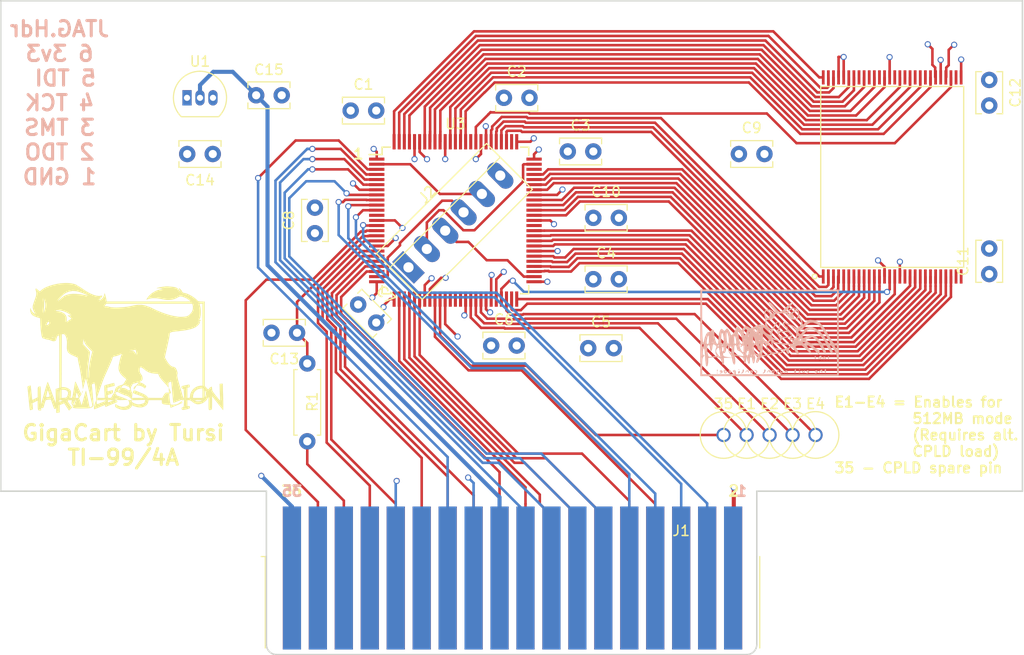
<source format=kicad_pcb>
(kicad_pcb (version 4) (host pcbnew 4.0.7)
  (layers (0 F.Cu signal) (1 3v3 power hide) (2 Gnd power hide) (31 B.Cu signal) (34 B.Paste user) (35 F.Paste user) (36 B.SilkS user) (37 F.SilkS user) (38 B.Mask user) (39 F.Mask user) (44 Edge.Cuts user))
  (net 0 "")
  (net 1 +3V3)
  (net 2 GND)
  (net 3 TI_WE)
  (net 4 +5V)
  (net 5 "Net-(J1-Pad1)")
  (net 6 TI_D7)
  (net 7 TI_D6)
  (net 8 TI_D5)
  (net 9 TI_D4)
  (net 10 TI_D3)
  (net 11 TI_D2)
  (net 12 TI_D1)
  (net 13 TI_D0)
  (net 14 TI_A14)
  (net 15 "Net-(J1-Pad25)")
  (net 16 "Net-(J1-Pad29)")
  (net 17 "Net-(J1-Pad31)")
  (net 18 "Net-(J1-Pad33)")
  (net 19 "Net-(J1-Pad4)")
  (net 20 "Net-(J1-Pad6)")
  (net 21 TI_A15)
  (net 22 TI_A13)
  (net 23 TI_A12)
  (net 24 TI_A11)
  (net 25 TI_A10)
  (net 26 TI_A9)
  (net 27 TI_A8)
  (net 28 TI_A7)
  (net 29 TI_A3)
  (net 30 TI_A6)
  (net 31 TI_A5)
  (net 32 TI_A4)
  (net 33 "Net-(J1-Pad32)")
  (net 34 TI_ROM)
  (net 35 "Net-(J1-Pad36)")
  (net 36 "Net-(J2-Pad2)")
  (net 37 "Net-(J2-Pad3)")
  (net 38 "Net-(J2-Pad4)")
  (net 39 "Net-(J2-Pad5)")
  (net 40 "Net-(J3-Pad1)")
  (net 41 "Net-(J4-Pad1)")
  (net 42 "Net-(J5-Pad1)")
  (net 43 "Net-(J6-Pad1)")
  (net 44 "Net-(J7-Pad1)")
  (net 45 "Net-(U2-Pad56)")
  (net 46 "Net-(U2-Pad1)")
  (net 47 "Net-(U2-Pad55)")
  (net 48 "Net-(U2-Pad2)")
  (net 49 "Net-(U2-Pad54)")
  (net 50 "Net-(U2-Pad3)")
  (net 51 "Net-(U2-Pad4)")
  (net 52 "Net-(U2-Pad5)")
  (net 53 OA0)
  (net 54 "Net-(U2-Pad6)")
  (net 55 OD7)
  (net 56 "Net-(U2-Pad7)")
  (net 57 "Net-(U2-Pad49)")
  (net 58 "Net-(U2-Pad8)")
  (net 59 OD6)
  (net 60 "Net-(U2-Pad9)")
  (net 61 "Net-(U2-Pad47)")
  (net 62 "Net-(U2-Pad10)")
  (net 63 OD5)
  (net 64 "Net-(U2-Pad11)")
  (net 65 "Net-(U2-Pad45)")
  (net 66 "Net-(U2-Pad12)")
  (net 67 OD4)
  (net 68 "Net-(U2-Pad42)")
  (net 69 "Net-(U2-Pad15)")
  (net 70 OD3)
  (net 71 "Net-(U2-Pad40)")
  (net 72 "Net-(U2-Pad17)")
  (net 73 OD2)
  (net 74 "Net-(U2-Pad18)")
  (net 75 "Net-(U2-Pad38)")
  (net 76 "Net-(U2-Pad19)")
  (net 77 OD1)
  (net 78 "Net-(U2-Pad20)")
  (net 79 "Net-(U2-Pad36)")
  (net 80 "Net-(U2-Pad21)")
  (net 81 OD0)
  (net 82 "Net-(U2-Pad22)")
  (net 83 "Net-(U2-Pad23)")
  (net 84 "Net-(U2-Pad24)")
  (net 85 "Net-(U2-Pad25)")
  (net 86 "Net-(U2-Pad31)")
  (net 87 "Net-(U2-Pad26)")
  (net 88 TI_GSEL)
  (net 89 TI_GCLK)
  (net 90 "Net-(U2-Pad14)")
  (module tsop:TSOP-56 (layer F.Cu) (at 179.75286 88.74344)
    (fp_text reference U2)
    (fp_text value S29GL01G-128MB-Flash hide)
    (pad 56 smd rect (at -6.74878 -9.74344) (size 0.26924 1.39192) (layers F.Cu F.Paste F.Mask) (net 45 "Net-(U2-Pad56)"))
    (pad 1 smd rect (at -6.74878 9.74344) (size 0.26924 1.39192) (layers F.Cu F.Paste F.Mask) (net 46 "Net-(U2-Pad1)"))
    (pad 55 smd rect (at -6.2484 -9.74344) (size 0.26924 1.39192) (layers F.Cu F.Paste F.Mask) (net 47 "Net-(U2-Pad55)"))
    (pad 2 smd rect (at -6.2484 9.74344) (size 0.26924 1.39192) (layers F.Cu F.Paste F.Mask) (net 48 "Net-(U2-Pad2)"))
    (pad 54 smd rect (at -5.74802 -9.74344) (size 0.26924 1.39192) (layers F.Cu F.Paste F.Mask) (net 49 "Net-(U2-Pad54)"))
    (pad 3 smd rect (at -5.74802 9.74344) (size 0.26924 1.39192) (layers F.Cu F.Paste F.Mask) (net 50 "Net-(U2-Pad3)"))
    (pad 53 smd rect (at -5.24764 -9.74344) (size 0.27178 1.39192) (layers F.Cu F.Paste F.Mask) (net 2 GND))
    (pad 4 smd rect (at -5.24764 9.74344) (size 0.27178 1.39192) (layers F.Cu F.Paste F.Mask) (net 51 "Net-(U2-Pad4)"))
    (pad 52 smd rect (at -4.74726 -9.74344) (size 0.27178 1.39192) (layers F.Cu F.Paste F.Mask) (net 2 GND))
    (pad 5 smd rect (at -4.74726 9.74344) (size 0.27178 1.39192) (layers F.Cu F.Paste F.Mask) (net 52 "Net-(U2-Pad5)"))
    (pad 51 smd rect (at -4.24942 -9.74344) (size 0.26924 1.39192) (layers F.Cu F.Paste F.Mask) (net 53 OA0))
    (pad 6 smd rect (at -4.24942 9.74344) (size 0.26924 1.39192) (layers F.Cu F.Paste F.Mask) (net 54 "Net-(U2-Pad6)"))
    (pad 50 smd rect (at -3.74904 -9.74344) (size 0.26924 1.39192) (layers F.Cu F.Paste F.Mask) (net 55 OD7))
    (pad 7 smd rect (at -3.74904 9.74344) (size 0.26924 1.39192) (layers F.Cu F.Paste F.Mask) (net 56 "Net-(U2-Pad7)"))
    (pad 49 smd rect (at -3.24866 -9.74344) (size 0.26924 1.39192) (layers F.Cu F.Paste F.Mask) (net 57 "Net-(U2-Pad49)"))
    (pad 8 smd rect (at -3.24866 9.74344) (size 0.26924 1.39192) (layers F.Cu F.Paste F.Mask) (net 58 "Net-(U2-Pad8)"))
    (pad 48 smd rect (at -2.74828 -9.74344) (size 0.26924 1.39192) (layers F.Cu F.Paste F.Mask) (net 59 OD6))
    (pad 9 smd rect (at -2.74828 9.74344) (size 0.26924 1.39192) (layers F.Cu F.Paste F.Mask) (net 60 "Net-(U2-Pad9)"))
    (pad 47 smd rect (at -2.2479 -9.74344) (size 0.26924 1.39192) (layers F.Cu F.Paste F.Mask) (net 61 "Net-(U2-Pad47)"))
    (pad 10 smd rect (at -2.2479 9.74344) (size 0.26924 1.39192) (layers F.Cu F.Paste F.Mask) (net 62 "Net-(U2-Pad10)"))
    (pad 46 smd rect (at -1.74752 -9.74344) (size 0.27178 1.39192) (layers F.Cu F.Paste F.Mask) (net 63 OD5))
    (pad 11 smd rect (at -1.74752 9.74344) (size 0.27178 1.39192) (layers F.Cu F.Paste F.Mask) (net 64 "Net-(U2-Pad11)"))
    (pad 45 smd rect (at -1.24714 -9.74344) (size 0.27178 1.39192) (layers F.Cu F.Paste F.Mask) (net 65 "Net-(U2-Pad45)"))
    (pad 12 smd rect (at -1.24714 9.74344) (size 0.27178 1.39192) (layers F.Cu F.Paste F.Mask) (net 66 "Net-(U2-Pad12)"))
    (pad 44 smd rect (at -0.7493 -9.74344) (size 0.26924 1.39192) (layers F.Cu F.Paste F.Mask) (net 67 OD4))
    (pad 13 smd rect (at -0.7493 9.74344) (size 0.26924 1.39192) (layers F.Cu F.Paste F.Mask) (net 1 +3V3))
    (pad 43 smd rect (at -0.24892 -9.74344) (size 0.26924 1.39192) (layers F.Cu F.Paste F.Mask) (net 1 +3V3))
    (pad 14 smd rect (at -0.24892 9.74344) (size 0.26924 1.39192) (layers F.Cu F.Paste F.Mask) (net 90 "Net-(U2-Pad14)"))
    (pad 42 smd rect (at 0.24892 -9.74344) (size 0.26924 1.39192) (layers F.Cu F.Paste F.Mask) (net 68 "Net-(U2-Pad42)"))
    (pad 15 smd rect (at 0.24892 9.74344) (size 0.26924 1.39192) (layers F.Cu F.Paste F.Mask) (net 69 "Net-(U2-Pad15)"))
    (pad 41 smd rect (at 0.7493 -9.74344) (size 0.26924 1.39192) (layers F.Cu F.Paste F.Mask) (net 70 OD3))
    (pad 16 smd rect (at 0.7493 9.74344) (size 0.26924 1.39192) (layers F.Cu F.Paste F.Mask) (net 2 GND))
    (pad 40 smd rect (at 1.24714 -9.74344) (size 0.27178 1.39192) (layers F.Cu F.Paste F.Mask) (net 71 "Net-(U2-Pad40)"))
    (pad 17 smd rect (at 1.24714 9.74344) (size 0.27178 1.39192) (layers F.Cu F.Paste F.Mask) (net 72 "Net-(U2-Pad17)"))
    (pad 39 smd rect (at 1.74752 -9.74344) (size 0.27178 1.39192) (layers F.Cu F.Paste F.Mask) (net 73 OD2))
    (pad 18 smd rect (at 1.74752 9.74344) (size 0.27178 1.39192) (layers F.Cu F.Paste F.Mask) (net 74 "Net-(U2-Pad18)"))
    (pad 38 smd rect (at 2.2479 -9.74344) (size 0.26924 1.39192) (layers F.Cu F.Paste F.Mask) (net 75 "Net-(U2-Pad38)"))
    (pad 19 smd rect (at 2.2479 9.74344) (size 0.26924 1.39192) (layers F.Cu F.Paste F.Mask) (net 76 "Net-(U2-Pad19)"))
    (pad 37 smd rect (at 2.74828 -9.74344) (size 0.26924 1.39192) (layers F.Cu F.Paste F.Mask) (net 77 OD1))
    (pad 20 smd rect (at 2.74828 9.74344) (size 0.26924 1.39192) (layers F.Cu F.Paste F.Mask) (net 78 "Net-(U2-Pad20)"))
    (pad 36 smd rect (at 3.24866 -9.74344) (size 0.26924 1.39192) (layers F.Cu F.Paste F.Mask) (net 79 "Net-(U2-Pad36)"))
    (pad 21 smd rect (at 3.24866 9.74344) (size 0.26924 1.39192) (layers F.Cu F.Paste F.Mask) (net 80 "Net-(U2-Pad21)"))
    (pad 35 smd rect (at 3.74904 -9.74344) (size 0.26924 1.39192) (layers F.Cu F.Paste F.Mask) (net 81 OD0))
    (pad 22 smd rect (at 3.74904 9.74344) (size 0.26924 1.39192) (layers F.Cu F.Paste F.Mask) (net 82 "Net-(U2-Pad22)"))
    (pad 34 smd rect (at 4.24942 -9.74344) (size 0.26924 1.39192) (layers F.Cu F.Paste F.Mask) (net 2 GND))
    (pad 23 smd rect (at 4.24942 9.74344) (size 0.26924 1.39192) (layers F.Cu F.Paste F.Mask) (net 83 "Net-(U2-Pad23)"))
    (pad 33 smd rect (at 4.74726 -9.74344) (size 0.27178 1.39192) (layers F.Cu F.Paste F.Mask) (net 2 GND))
    (pad 24 smd rect (at 4.74726 9.74344) (size 0.27178 1.39192) (layers F.Cu F.Paste F.Mask) (net 84 "Net-(U2-Pad24)"))
    (pad 32 smd rect (at 5.24764 -9.74344) (size 0.27178 1.39192) (layers F.Cu F.Paste F.Mask) (net 2 GND))
    (pad 25 smd rect (at 5.24764 9.74344) (size 0.27178 1.39192) (layers F.Cu F.Paste F.Mask) (net 85 "Net-(U2-Pad25)"))
    (pad 31 smd rect (at 5.74802 -9.74344) (size 0.26924 1.39192) (layers F.Cu F.Paste F.Mask) (net 86 "Net-(U2-Pad31)"))
    (pad 26 smd rect (at 5.74802 9.74344) (size 0.26924 1.39192) (layers F.Cu F.Paste F.Mask) (net 87 "Net-(U2-Pad26)"))
    (pad 30 smd rect (at 6.2484 -9.74344) (size 0.26924 1.39192) (layers F.Cu F.Paste F.Mask))
    (pad 27 smd rect (at 6.2484 9.74344) (size 0.26924 1.39192) (layers F.Cu F.Paste F.Mask))
    (pad 29 smd rect (at 6.74878 -9.74344) (size 0.26924 1.39192) (layers F.Cu F.Paste F.Mask) (net 1 +3V3))
    (pad 28 smd rect (at 6.74878 9.74344) (size 0.26924 1.39192) (layers F.Cu F.Paste F.Mask))
  )
  (module Oddities:BUS_TI99_CART (layer F.Cu) (at 143.86 131)
    (fp_text reference J1 (at 15.24 -7.62) (layer F.SilkS))
    (fp_text value Bus_TI994A_Cart)
    (pad 1 connect rect (at 20.32 -3) (size 1.78 14) (layers B.Cu B.Mask) (net 5 "Net-(J1-Pad1)"))
    (pad 3 connect rect (at 17.78 -3) (size 1.78 14) (layers B.Cu B.Mask) (net 6 TI_D7))
    (pad 5 connect rect (at 15.24 -3) (size 1.78 14) (layers B.Cu B.Mask) (net 7 TI_D6))
    (pad 7 connect rect (at 12.7 -3) (size 1.78 14) (layers B.Cu B.Mask) (net 8 TI_D5))
    (pad 9 connect rect (at 10.16 -3) (size 1.78 14) (layers B.Cu B.Mask) (net 9 TI_D4))
    (pad 11 connect rect (at 7.62 -3) (size 1.78 14) (layers B.Cu B.Mask) (net 10 TI_D3))
    (pad 13 connect rect (at 5.08 -3) (size 1.78 14) (layers B.Cu B.Mask) (net 11 TI_D2))
    (pad 15 connect rect (at 2.54 -3) (size 1.78 14) (layers B.Cu B.Mask) (net 12 TI_D1))
    (pad 17 connect rect (at 0 -3) (size 1.78 14) (layers B.Cu B.Mask) (net 13 TI_D0))
    (pad 19 connect rect (at -2.54 -3) (size 1.78 14) (layers B.Cu B.Mask) (net 4 +5V))
    (pad 21 connect rect (at -5.08 -3) (size 1.78 14) (layers B.Cu B.Mask) (net 88 TI_GSEL))
    (pad 23 connect rect (at -7.62 -3) (size 1.78 14) (layers B.Cu B.Mask) (net 14 TI_A14))
    (pad 25 connect rect (at -10.16 -3) (size 1.78 14) (layers B.Cu B.Mask) (net 15 "Net-(J1-Pad25)"))
    (pad 27 connect rect (at -12.7 -3) (size 1.78 14) (layers B.Cu B.Mask) (net 89 TI_GCLK))
    (pad 29 connect rect (at -15.24 -3) (size 1.78 14) (layers B.Cu B.Mask) (net 16 "Net-(J1-Pad29)"))
    (pad 31 connect rect (at -17.78 -3) (size 1.78 14) (layers B.Cu B.Mask) (net 17 "Net-(J1-Pad31)"))
    (pad 33 connect rect (at -20.32 -3) (size 1.78 14) (layers B.Cu B.Mask) (net 18 "Net-(J1-Pad33)"))
    (pad 35 connect rect (at -22.86 -3) (size 1.78 14) (layers B.Cu B.Mask) (net 2 GND))
    (pad 2 connect rect (at 20.32 -3) (size 1.78 14) (layers F.Cu F.Mask) (net 2 GND))
    (pad 4 connect rect (at 17.78 -3) (size 1.78 14) (layers F.Cu F.Mask) (net 19 "Net-(J1-Pad4)"))
    (pad 6 connect rect (at 15.24 -3) (size 1.78 14) (layers F.Cu F.Mask) (net 20 "Net-(J1-Pad6)"))
    (pad 8 connect rect (at 12.7 -3) (size 1.78 14) (layers F.Cu F.Mask) (net 21 TI_A15))
    (pad 10 connect rect (at 10.16 -3) (size 1.78 14) (layers F.Cu F.Mask) (net 22 TI_A13))
    (pad 12 connect rect (at 7.62 -3) (size 1.78 14) (layers F.Cu F.Mask) (net 23 TI_A12))
    (pad 14 connect rect (at 5.08 -3) (size 1.78 14) (layers F.Cu F.Mask) (net 24 TI_A11))
    (pad 16 connect rect (at 2.54 -3) (size 1.78 14) (layers F.Cu F.Mask) (net 25 TI_A10))
    (pad 18 connect rect (at 0 -3) (size 1.78 14) (layers F.Cu F.Mask) (net 26 TI_A9))
    (pad 20 connect rect (at -2.54 -3) (size 1.78 14) (layers F.Cu F.Mask) (net 27 TI_A8))
    (pad 22 connect rect (at -5.08 -3) (size 1.78 14) (layers F.Cu F.Mask) (net 28 TI_A7))
    (pad 24 connect rect (at -7.62 -3) (size 1.78 14) (layers F.Cu F.Mask) (net 29 TI_A3))
    (pad 26 connect rect (at -10.16 -3) (size 1.78 14) (layers F.Cu F.Mask) (net 30 TI_A6))
    (pad 28 connect rect (at -12.7 -3) (size 1.78 14) (layers F.Cu F.Mask) (net 31 TI_A5))
    (pad 30 connect rect (at -15.24 -3) (size 1.78 14) (layers F.Cu F.Mask) (net 32 TI_A4))
    (pad 32 connect rect (at -17.78 -3) (size 1.78 14) (layers F.Cu F.Mask) (net 33 "Net-(J1-Pad32)"))
    (pad 34 connect rect (at -20.32 -3) (size 1.78 14) (layers F.Cu F.Mask) (net 34 TI_ROM))
    (pad 36 connect rect (at -22.86 -3) (size 1.78 14) (layers F.Cu F.Mask) (net 35 "Net-(J1-Pad36)"))
  )
  (module Connectors:PINHEAD1-6 (layer F.Cu) (at 132.407898 97.592102 45)
    (fp_text reference J2 (at 6.35 -3.75 45) (layer F.SilkS))
    (fp_text value Conn_01x06)
    (pad 1 thru_hole rect (at 0 0 45) (size 1.51 3.01) (drill 1) (layers *.Cu *.Mask) (net 2 GND))
    (pad 2 thru_hole oval (at 2.54 0 45) (size 1.51 3.01) (drill 1) (layers *.Cu *.Mask) (net 36 "Net-(J2-Pad2)"))
    (pad 3 thru_hole oval (at 5.08 0 45) (size 1.51 3.01) (drill 1) (layers *.Cu *.Mask) (net 37 "Net-(J2-Pad3)"))
    (pad 4 thru_hole oval (at 7.62 0 45) (size 1.51 3.01) (drill 1) (layers *.Cu *.Mask) (net 38 "Net-(J2-Pad4)"))
    (pad 5 thru_hole oval (at 10.16 0 45) (size 1.51 3.01) (drill 1) (layers *.Cu *.Mask) (net 39 "Net-(J2-Pad5)"))
    (pad 6 thru_hole oval (at 12.7 0 45) (size 1.51 3.01) (drill 1) (layers *.Cu *.Mask) (net 1 +3V3))
  )
  (module TO_SOT_Packages_THT:TO-92_Inline_Narrow_Oval (layer F.Cu) (at 110.73 81)
    (fp_text reference U1 (at 1.27 -3.56) (layer F.SilkS))
    (fp_text value MCP1700-3302E_TO92)
    (pad 2 thru_hole oval (at 1.27 0 180) (size 0.9 1.5) (drill 0.6) (layers *.Cu *.Mask) (net 4 +5V))
    (pad 3 thru_hole oval (at 2.54 0 180) (size 0.9 1.5) (drill 0.6) (layers *.Cu *.Mask) (net 1 +3V3))
    (pad 1 thru_hole rect (at 0 0 180) (size 0.9 1.5) (drill 0.6) (layers *.Cu *.Mask) (net 2 GND))
  )
  (module Mounting_Holes:MountingHole_5mm (layer F.Cu) (at 142 110.5 90)
    (fp_text reference "" (at 0 -6 90) (layer F.SilkS))
    (fp_text value "")
    (pad 1 np_thru_hole circle (at 0 0 90) (size 5 5) (drill 5) (layers *.Cu *.Mask))
  )
  (module Housings_QFP:TQFP-100_14x14mm_Pitch0.5mm (layer F.Cu) (at 137 93)
    (fp_text reference U3 (at 0 -9.45) (layer F.SilkS))
    (fp_text value GigaCart_CPLD_LC4064)
    (pad 1 smd rect (at -7.7 -6) (size 1.5 0.3) (layers F.Cu F.Paste F.Mask) (net 2 GND))
    (pad 2 smd rect (at -7.7 -5.5) (size 1.5 0.3) (layers F.Cu F.Paste F.Mask) (net 39 "Net-(J2-Pad5)"))
    (pad 3 smd rect (at -7.7 -5) (size 1.5 0.3) (layers F.Cu F.Paste F.Mask) (net 14 TI_A14))
    (pad 4 smd rect (at -7.7 -4.5) (size 1.5 0.3) (layers F.Cu F.Paste F.Mask) (net 13 TI_D0))
    (pad 5 smd rect (at -7.7 -4) (size 1.5 0.3) (layers F.Cu F.Paste F.Mask) (net 12 TI_D1))
    (pad 6 smd rect (at -7.7 -3.5) (size 1.5 0.3) (layers F.Cu F.Paste F.Mask) (net 11 TI_D2))
    (pad 7 smd rect (at -7.7 -3) (size 1.5 0.3) (layers F.Cu F.Paste F.Mask) (net 2 GND))
    (pad 8 smd rect (at -7.7 -2.5) (size 1.5 0.3) (layers F.Cu F.Paste F.Mask) (net 10 TI_D3))
    (pad 9 smd rect (at -7.7 -2) (size 1.5 0.3) (layers F.Cu F.Paste F.Mask) (net 9 TI_D4))
    (pad 10 smd rect (at -7.7 -1.5) (size 1.5 0.3) (layers F.Cu F.Paste F.Mask) (net 8 TI_D5))
    (pad 11 smd rect (at -7.7 -1) (size 1.5 0.3) (layers F.Cu F.Paste F.Mask) (net 7 TI_D6))
    (pad 12 smd rect (at -7.7 -0.5) (size 1.5 0.3) (layers F.Cu F.Paste F.Mask))
    (pad 13 smd rect (at -7.7 0) (size 1.5 0.3) (layers F.Cu F.Paste F.Mask) (net 1 +3V3))
    (pad 14 smd rect (at -7.7 0.5) (size 1.5 0.3) (layers F.Cu F.Paste F.Mask) (net 6 TI_D7))
    (pad 15 smd rect (at -7.7 1) (size 1.5 0.3) (layers F.Cu F.Paste F.Mask) (net 34 TI_ROM))
    (pad 16 smd rect (at -7.7 1.5) (size 1.5 0.3) (layers F.Cu F.Paste F.Mask) (net 3 TI_WE))
    (pad 17 smd rect (at -7.7 2) (size 1.5 0.3) (layers F.Cu F.Paste F.Mask) (net 32 TI_A4))
    (pad 18 smd rect (at -7.7 2.5) (size 1.5 0.3) (layers F.Cu F.Paste F.Mask) (net 2 GND))
    (pad 19 smd rect (at -7.7 3) (size 1.5 0.3) (layers F.Cu F.Paste F.Mask) (net 31 TI_A5))
    (pad 20 smd rect (at -7.7 3.5) (size 1.5 0.3) (layers F.Cu F.Paste F.Mask) (net 30 TI_A6))
    (pad 21 smd rect (at -7.7 4) (size 1.5 0.3) (layers F.Cu F.Paste F.Mask) (net 29 TI_A3))
    (pad 22 smd rect (at -7.7 4.5) (size 1.5 0.3) (layers F.Cu F.Paste F.Mask) (net 28 TI_A7))
    (pad 23 smd rect (at -7.7 5) (size 1.5 0.3) (layers F.Cu F.Paste F.Mask) (net 27 TI_A8))
    (pad 24 smd rect (at -7.7 5.5) (size 1.5 0.3) (layers F.Cu F.Paste F.Mask) (net 38 "Net-(J2-Pad4)"))
    (pad 25 smd rect (at -7.7 6) (size 1.5 0.3) (layers F.Cu F.Paste F.Mask) (net 1 +3V3))
    (pad 26 smd rect (at -6 7.7 90) (size 1.5 0.3) (layers F.Cu F.Paste F.Mask) (net 2 GND))
    (pad 27 smd rect (at -5.5 7.7 90) (size 1.5 0.3) (layers F.Cu F.Paste F.Mask) (net 26 TI_A9))
    (pad 28 smd rect (at -5 7.7 90) (size 1.5 0.3) (layers F.Cu F.Paste F.Mask) (net 25 TI_A10))
    (pad 29 smd rect (at -4.5 7.7 90) (size 1.5 0.3) (layers F.Cu F.Paste F.Mask) (net 24 TI_A11))
    (pad 30 smd rect (at -4 7.7 90) (size 1.5 0.3) (layers F.Cu F.Paste F.Mask) (net 23 TI_A12))
    (pad 31 smd rect (at -3.5 7.7 90) (size 1.5 0.3) (layers F.Cu F.Paste F.Mask) (net 22 TI_A13))
    (pad 32 smd rect (at -3 7.7 90) (size 1.5 0.3) (layers F.Cu F.Paste F.Mask) (net 2 GND))
    (pad 33 smd rect (at -2.5 7.7 90) (size 1.5 0.3) (layers F.Cu F.Paste F.Mask) (net 1 +3V3))
    (pad 34 smd rect (at -2 7.7 90) (size 1.5 0.3) (layers F.Cu F.Paste F.Mask) (net 21 TI_A15))
    (pad 35 smd rect (at -1.5 7.7 90) (size 1.5 0.3) (layers F.Cu F.Paste F.Mask) (net 44 "Net-(J7-Pad1)"))
    (pad 36 smd rect (at -1 7.7 90) (size 1.5 0.3) (layers F.Cu F.Paste F.Mask) (net 89 TI_GCLK))
    (pad 37 smd rect (at -0.5 7.7 90) (size 1.5 0.3) (layers F.Cu F.Paste F.Mask))
    (pad 38 smd rect (at 0 7.7 90) (size 1.5 0.3) (layers F.Cu F.Paste F.Mask))
    (pad 39 smd rect (at 0.5 7.7 90) (size 1.5 0.3) (layers F.Cu F.Paste F.Mask))
    (pad 40 smd rect (at 1 7.7 90) (size 1.5 0.3) (layers F.Cu F.Paste F.Mask) (net 1 +3V3))
    (pad 41 smd rect (at 1.5 7.7 90) (size 1.5 0.3) (layers F.Cu F.Paste F.Mask) (net 40 "Net-(J3-Pad1)"))
    (pad 42 smd rect (at 2 7.7 90) (size 1.5 0.3) (layers F.Cu F.Paste F.Mask) (net 41 "Net-(J4-Pad1)"))
    (pad 43 smd rect (at 2.5 7.7 90) (size 1.5 0.3) (layers F.Cu F.Paste F.Mask) (net 42 "Net-(J5-Pad1)"))
    (pad 44 smd rect (at 3 7.7 90) (size 1.5 0.3) (layers F.Cu F.Paste F.Mask) (net 88 TI_GSEL))
    (pad 45 smd rect (at 3.5 7.7 90) (size 1.5 0.3) (layers F.Cu F.Paste F.Mask) (net 1 +3V3))
    (pad 46 smd rect (at 4 7.7 90) (size 1.5 0.3) (layers F.Cu F.Paste F.Mask) (net 2 GND))
    (pad 47 smd rect (at 4.5 7.7 90) (size 1.5 0.3) (layers F.Cu F.Paste F.Mask) (net 90 "Net-(U2-Pad14)"))
    (pad 48 smd rect (at 5 7.7 90) (size 1.5 0.3) (layers F.Cu F.Paste F.Mask) (net 43 "Net-(J6-Pad1)"))
    (pad 49 smd rect (at 5.5 7.7 90) (size 1.5 0.3) (layers F.Cu F.Paste F.Mask) (net 87 "Net-(U2-Pad26)"))
    (pad 50 smd rect (at 6 7.7 90) (size 1.5 0.3) (layers F.Cu F.Paste F.Mask) (net 85 "Net-(U2-Pad25)"))
    (pad 51 smd rect (at 7.7 6) (size 1.5 0.3) (layers F.Cu F.Paste F.Mask) (net 2 GND))
    (pad 52 smd rect (at 7.7 5.5) (size 1.5 0.3) (layers F.Cu F.Paste F.Mask) (net 37 "Net-(J2-Pad3)"))
    (pad 53 smd rect (at 7.7 5) (size 1.5 0.3) (layers F.Cu F.Paste F.Mask) (net 84 "Net-(U2-Pad24)"))
    (pad 54 smd rect (at 7.7 4.5) (size 1.5 0.3) (layers F.Cu F.Paste F.Mask) (net 83 "Net-(U2-Pad23)"))
    (pad 55 smd rect (at 7.7 4) (size 1.5 0.3) (layers F.Cu F.Paste F.Mask) (net 82 "Net-(U2-Pad22)"))
    (pad 56 smd rect (at 7.7 3.5) (size 1.5 0.3) (layers F.Cu F.Paste F.Mask) (net 80 "Net-(U2-Pad21)"))
    (pad 57 smd rect (at 7.7 3) (size 1.5 0.3) (layers F.Cu F.Paste F.Mask) (net 2 GND))
    (pad 58 smd rect (at 7.7 2.5) (size 1.5 0.3) (layers F.Cu F.Paste F.Mask) (net 78 "Net-(U2-Pad20)"))
    (pad 59 smd rect (at 7.7 2) (size 1.5 0.3) (layers F.Cu F.Paste F.Mask) (net 76 "Net-(U2-Pad19)"))
    (pad 60 smd rect (at 7.7 1.5) (size 1.5 0.3) (layers F.Cu F.Paste F.Mask) (net 74 "Net-(U2-Pad18)"))
    (pad 61 smd rect (at 7.7 1) (size 1.5 0.3) (layers F.Cu F.Paste F.Mask) (net 69 "Net-(U2-Pad15)"))
    (pad 62 smd rect (at 7.7 0.5) (size 1.5 0.3) (layers F.Cu F.Paste F.Mask))
    (pad 63 smd rect (at 7.7 0) (size 1.5 0.3) (layers F.Cu F.Paste F.Mask) (net 1 +3V3))
    (pad 64 smd rect (at 7.7 -0.5) (size 1.5 0.3) (layers F.Cu F.Paste F.Mask) (net 66 "Net-(U2-Pad12)"))
    (pad 65 smd rect (at 7.7 -1) (size 1.5 0.3) (layers F.Cu F.Paste F.Mask) (net 64 "Net-(U2-Pad11)"))
    (pad 66 smd rect (at 7.7 -1.5) (size 1.5 0.3) (layers F.Cu F.Paste F.Mask) (net 62 "Net-(U2-Pad10)"))
    (pad 67 smd rect (at 7.7 -2) (size 1.5 0.3) (layers F.Cu F.Paste F.Mask) (net 60 "Net-(U2-Pad9)"))
    (pad 68 smd rect (at 7.7 -2.5) (size 1.5 0.3) (layers F.Cu F.Paste F.Mask) (net 2 GND))
    (pad 69 smd rect (at 7.7 -3) (size 1.5 0.3) (layers F.Cu F.Paste F.Mask) (net 58 "Net-(U2-Pad8)"))
    (pad 70 smd rect (at 7.7 -3.5) (size 1.5 0.3) (layers F.Cu F.Paste F.Mask) (net 56 "Net-(U2-Pad7)"))
    (pad 71 smd rect (at 7.7 -4) (size 1.5 0.3) (layers F.Cu F.Paste F.Mask) (net 54 "Net-(U2-Pad6)"))
    (pad 72 smd rect (at 7.7 -4.5) (size 1.5 0.3) (layers F.Cu F.Paste F.Mask) (net 52 "Net-(U2-Pad5)"))
    (pad 73 smd rect (at 7.7 -5) (size 1.5 0.3) (layers F.Cu F.Paste F.Mask))
    (pad 74 smd rect (at 7.7 -5.5) (size 1.5 0.3) (layers F.Cu F.Paste F.Mask) (net 36 "Net-(J2-Pad2)"))
    (pad 75 smd rect (at 7.7 -6) (size 1.5 0.3) (layers F.Cu F.Paste F.Mask) (net 1 +3V3))
    (pad 76 smd rect (at 6 -7.7 90) (size 1.5 0.3) (layers F.Cu F.Paste F.Mask) (net 2 GND))
    (pad 77 smd rect (at 5.5 -7.7 90) (size 1.5 0.3) (layers F.Cu F.Paste F.Mask))
    (pad 78 smd rect (at 5 -7.7 90) (size 1.5 0.3) (layers F.Cu F.Paste F.Mask) (net 51 "Net-(U2-Pad4)"))
    (pad 79 smd rect (at 4.5 -7.7 90) (size 1.5 0.3) (layers F.Cu F.Paste F.Mask) (net 50 "Net-(U2-Pad3)"))
    (pad 80 smd rect (at 4 -7.7 90) (size 1.5 0.3) (layers F.Cu F.Paste F.Mask) (net 48 "Net-(U2-Pad2)"))
    (pad 81 smd rect (at 3.5 -7.7 90) (size 1.5 0.3) (layers F.Cu F.Paste F.Mask) (net 46 "Net-(U2-Pad1)"))
    (pad 82 smd rect (at 3 -7.7 90) (size 1.5 0.3) (layers F.Cu F.Paste F.Mask) (net 2 GND))
    (pad 83 smd rect (at 2.5 -7.7 90) (size 1.5 0.3) (layers F.Cu F.Paste F.Mask) (net 1 +3V3))
    (pad 84 smd rect (at 2 -7.7 90) (size 1.5 0.3) (layers F.Cu F.Paste F.Mask) (net 86 "Net-(U2-Pad31)"))
    (pad 85 smd rect (at 1.5 -7.7 90) (size 1.5 0.3) (layers F.Cu F.Paste F.Mask))
    (pad 86 smd rect (at 1 -7.7 90) (size 1.5 0.3) (layers F.Cu F.Paste F.Mask) (net 81 OD0))
    (pad 87 smd rect (at 0.5 -7.7 90) (size 1.5 0.3) (layers F.Cu F.Paste F.Mask) (net 77 OD1))
    (pad 88 smd rect (at 0 -7.7 90) (size 1.5 0.3) (layers F.Cu F.Paste F.Mask) (net 73 OD2))
    (pad 89 smd rect (at -0.5 -7.7 90) (size 1.5 0.3) (layers F.Cu F.Paste F.Mask) (net 70 OD3))
    (pad 90 smd rect (at -1 -7.7 90) (size 1.5 0.3) (layers F.Cu F.Paste F.Mask) (net 1 +3V3))
    (pad 91 smd rect (at -1.5 -7.7 90) (size 1.5 0.3) (layers F.Cu F.Paste F.Mask) (net 67 OD4))
    (pad 92 smd rect (at -2 -7.7 90) (size 1.5 0.3) (layers F.Cu F.Paste F.Mask) (net 63 OD5))
    (pad 93 smd rect (at -2.5 -7.7 90) (size 1.5 0.3) (layers F.Cu F.Paste F.Mask) (net 59 OD6))
    (pad 94 smd rect (at -3 -7.7 90) (size 1.5 0.3) (layers F.Cu F.Paste F.Mask) (net 55 OD7))
    (pad 95 smd rect (at -3.5 -7.7 90) (size 1.5 0.3) (layers F.Cu F.Paste F.Mask) (net 1 +3V3))
    (pad 96 smd rect (at -4 -7.7 90) (size 1.5 0.3) (layers F.Cu F.Paste F.Mask) (net 2 GND))
    (pad 97 smd rect (at -4.5 -7.7 90) (size 1.5 0.3) (layers F.Cu F.Paste F.Mask) (net 53 OA0))
    (pad 98 smd rect (at -5 -7.7 90) (size 1.5 0.3) (layers F.Cu F.Paste F.Mask) (net 49 "Net-(U2-Pad54)"))
    (pad 99 smd rect (at -5.5 -7.7 90) (size 1.5 0.3) (layers F.Cu F.Paste F.Mask) (net 47 "Net-(U2-Pad55)"))
    (pad 100 smd rect (at -6 -7.7 90) (size 1.5 0.3) (layers F.Cu F.Paste F.Mask) (net 45 "Net-(U2-Pad56)"))
  )
  (module Connectors:1pin (layer F.Cu) (at 165.5 114)
    (fp_text reference E1 (at 0 -3.048) (layer F.SilkS))
    (fp_text value .)
    (pad 1 thru_hole circle (at 0 0) (size 1.4 1.4) (drill 1) (layers *.Cu *.Mask) (net 40 "Net-(J3-Pad1)"))
  )
  (module Connectors:1pin (layer F.Cu) (at 167.75 114)
    (fp_text reference E2 (at 0 -3.048) (layer F.SilkS))
    (fp_text value .)
    (pad 1 thru_hole circle (at 0 0) (size 1.4 1.4) (drill 1) (layers *.Cu *.Mask) (net 41 "Net-(J4-Pad1)"))
  )
  (module Connectors:1pin (layer F.Cu) (at 170 114)
    (fp_text reference E3 (at 0 -3.048) (layer F.SilkS))
    (fp_text value .)
    (pad 1 thru_hole circle (at 0 0) (size 1.4 1.4) (drill 1) (layers *.Cu *.Mask) (net 42 "Net-(J5-Pad1)"))
  )
  (module Connectors:1pin (layer F.Cu) (at 172.25 114)
    (fp_text reference E4 (at 0 -3.048) (layer F.SilkS))
    (fp_text value .)
    (pad 1 thru_hole circle (at 0 0) (size 1.4 1.4) (drill 1) (layers *.Cu *.Mask) (net 43 "Net-(J6-Pad1)"))
  )
  (module Connectors:1pin (layer F.Cu) (at 163.25 114)
    (fp_text reference 35 (at 0 -3.048) (layer F.SilkS))
    (fp_text value .)
    (pad 1 thru_hole circle (at 0 0) (size 1.4 1.4) (drill 1) (layers *.Cu *.Mask) (net 44 "Net-(J7-Pad1)"))
  )
  (module Capacitors_THT:C_Rect_L4.0mm_W2.5mm_P2.50mm (layer F.Cu) (at 189.25 98.25 90)
    (fp_text reference C11 (at 1.25 -2.56 90) (layer F.SilkS))
    (fp_text value 1nF)
    (pad 1 thru_hole circle (at 0 0 90) (size 1.6 1.6) (drill 0.8) (layers *.Cu *.Mask) (net 2 GND))
    (pad 2 thru_hole circle (at 2.5 0 90) (size 1.6 1.6) (drill 0.8) (layers *.Cu *.Mask) (net 1 +3V3))
  )
  (module Capacitors_THT:C_Rect_L4.0mm_W2.5mm_P2.50mm (layer F.Cu) (at 189.25 79.25 270)
    (fp_text reference C12 (at 1.25 -2.56 270) (layer F.SilkS))
    (fp_text value 1nF)
    (pad 1 thru_hole circle (at 0 0 270) (size 1.6 1.6) (drill 0.8) (layers *.Cu *.Mask) (net 1 +3V3))
    (pad 2 thru_hole circle (at 2.5 0 270) (size 1.6 1.6) (drill 0.8) (layers *.Cu *.Mask) (net 2 GND))
  )
  (module Capacitors_THT:C_Rect_L4.0mm_W2.5mm_P2.50mm (layer F.Cu) (at 121.5 104 180)
    (fp_text reference C13 (at 1.25 -2.56 180) (layer F.SilkS))
    (fp_text value 1nF)
    (pad 1 thru_hole circle (at 0 0 180) (size 1.6 1.6) (drill 0.8) (layers *.Cu *.Mask) (net 3 TI_WE))
    (pad 2 thru_hole circle (at 2.5 0 180) (size 1.6 1.6) (drill 0.8) (layers *.Cu *.Mask) (net 2 GND))
  )
  (module Resistors_THT:R_Axial_DIN0207_L6.3mm_D2.5mm_P7.62mm_Horizontal (layer F.Cu) (at 122.5 114.62 90)
    (fp_text reference R1 (at 3.87 0.5 90) (layer F.SilkS))
    (fp_text value 47^)
    (pad 1 thru_hole circle (at 0 0 90) (size 1.6 1.6) (drill 0.8) (layers *.Cu *.Mask) (net 33 "Net-(J1-Pad32)"))
    (pad 2 thru_hole oval (at 7.62 0 90) (size 1.6 1.6) (drill 0.8) (layers *.Cu *.Mask) (net 3 TI_WE))
  )
  (module Capacitors_THT:C_Rect_L4.0mm_W2.5mm_P2.50mm (layer F.Cu) (at 113.25 86.5 180)
    (fp_text reference C14 (at 1.25 -2.56 180) (layer F.SilkS))
    (fp_text value 1uF)
    (pad 1 thru_hole circle (at 0 0 180) (size 1.6 1.6) (drill 0.8) (layers *.Cu *.Mask) (net 1 +3V3))
    (pad 2 thru_hole circle (at 2.5 0 180) (size 1.6 1.6) (drill 0.8) (layers *.Cu *.Mask) (net 2 GND))
  )
  (module Capacitors_THT:C_Rect_L4.0mm_W2.5mm_P2.50mm (layer F.Cu) (at 117.5 80.75)
    (fp_text reference C15 (at 1.25 -2.5) (layer F.SilkS))
    (fp_text value 1uF)
    (pad 1 thru_hole circle (at 0 0) (size 1.6 1.6) (drill 0.8) (layers *.Cu *.Mask) (net 4 +5V))
    (pad 2 thru_hole circle (at 2.5 0) (size 1.6 1.6) (drill 0.8) (layers *.Cu *.Mask) (net 2 GND))
  )
  (module Capacitors_THT:C_Rect_L4.0mm_W2.5mm_P2.50mm (layer F.Cu) (at 126.75 82.25)
    (fp_text reference C1 (at 1.25 -2.56) (layer F.SilkS))
    (fp_text value 1nF)
    (pad 1 thru_hole circle (at 0 0) (size 1.6 1.6) (drill 0.8) (layers *.Cu *.Mask) (net 1 +3V3))
    (pad 2 thru_hole circle (at 2.5 0) (size 1.6 1.6) (drill 0.8) (layers *.Cu *.Mask) (net 2 GND))
  )
  (module Capacitors_THT:C_Rect_L4.0mm_W2.5mm_P2.50mm (layer F.Cu) (at 141.75 81)
    (fp_text reference C2 (at 1.25 -2.56) (layer F.SilkS))
    (fp_text value 1nF)
    (pad 1 thru_hole circle (at 0 0) (size 1.6 1.6) (drill 0.8) (layers *.Cu *.Mask) (net 1 +3V3))
    (pad 2 thru_hole circle (at 2.5 0) (size 1.6 1.6) (drill 0.8) (layers *.Cu *.Mask) (net 2 GND))
  )
  (module Capacitors_THT:C_Rect_L4.0mm_W2.5mm_P2.50mm (layer F.Cu) (at 148 86.25)
    (fp_text reference C3 (at 1.25 -2.56) (layer F.SilkS))
    (fp_text value 1nF)
    (pad 1 thru_hole circle (at 0 0) (size 1.6 1.6) (drill 0.8) (layers *.Cu *.Mask) (net 1 +3V3))
    (pad 2 thru_hole circle (at 2.5 0) (size 1.6 1.6) (drill 0.8) (layers *.Cu *.Mask) (net 2 GND))
  )
  (module Capacitors_THT:C_Rect_L4.0mm_W2.5mm_P2.50mm (layer F.Cu) (at 150.5 98.75)
    (fp_text reference C4 (at 1.25 -2.56) (layer F.SilkS))
    (fp_text value 1nF)
    (pad 1 thru_hole circle (at 0 0) (size 1.6 1.6) (drill 0.8) (layers *.Cu *.Mask) (net 1 +3V3))
    (pad 2 thru_hole circle (at 2.5 0) (size 1.6 1.6) (drill 0.8) (layers *.Cu *.Mask) (net 2 GND))
  )
  (module Capacitors_THT:C_Rect_L4.0mm_W2.5mm_P2.50mm (layer F.Cu) (at 150 105.5)
    (fp_text reference C5 (at 1.25 -2.56) (layer F.SilkS))
    (fp_text value 1nF)
    (pad 1 thru_hole circle (at 0 0) (size 1.6 1.6) (drill 0.8) (layers *.Cu *.Mask) (net 1 +3V3))
    (pad 2 thru_hole circle (at 2.5 0) (size 1.6 1.6) (drill 0.8) (layers *.Cu *.Mask) (net 2 GND))
  )
  (module Capacitors_THT:C_Rect_L4.0mm_W2.5mm_P2.50mm (layer F.Cu) (at 140.5 105.25)
    (fp_text reference C6 (at 1.25 -2.56) (layer F.SilkS))
    (fp_text value 1nF)
    (pad 1 thru_hole circle (at 0 0) (size 1.6 1.6) (drill 0.8) (layers *.Cu *.Mask) (net 1 +3V3))
    (pad 2 thru_hole circle (at 2.5 0) (size 1.6 1.6) (drill 0.8) (layers *.Cu *.Mask) (net 2 GND))
  )
  (module Capacitors_THT:C_Rect_L4.0mm_W2.5mm_P2.50mm (layer F.Cu) (at 127.482233 101.232233 315)
    (fp_text reference C7 (at 1.25 -2.56 315) (layer F.SilkS))
    (fp_text value 1nF)
    (pad 1 thru_hole circle (at 0 0 315) (size 1.6 1.6) (drill 0.8) (layers *.Cu *.Mask) (net 1 +3V3))
    (pad 2 thru_hole circle (at 2.5 0 315) (size 1.6 1.6) (drill 0.8) (layers *.Cu *.Mask) (net 2 GND))
  )
  (module Capacitors_THT:C_Rect_L4.0mm_W2.5mm_P2.50mm (layer F.Cu) (at 123.25 94.25 90)
    (fp_text reference C8 (at 1.25 -2.56 90) (layer F.SilkS))
    (fp_text value 1nF)
    (pad 1 thru_hole circle (at 0 0 90) (size 1.6 1.6) (drill 0.8) (layers *.Cu *.Mask) (net 1 +3V3))
    (pad 2 thru_hole circle (at 2.5 0 90) (size 1.6 1.6) (drill 0.8) (layers *.Cu *.Mask) (net 2 GND))
  )
  (module Capacitors_THT:C_Rect_L4.0mm_W2.5mm_P2.50mm (layer F.Cu) (at 164.75 86.5)
    (fp_text reference C9 (at 1.25 -2.56) (layer F.SilkS))
    (fp_text value 1nF)
    (pad 1 thru_hole circle (at 0 0) (size 1.6 1.6) (drill 0.8) (layers *.Cu *.Mask) (net 1 +3V3))
    (pad 2 thru_hole circle (at 2.5 0) (size 1.6 1.6) (drill 0.8) (layers *.Cu *.Mask) (net 2 GND))
  )
  (module Capacitors_THT:C_Rect_L4.0mm_W2.5mm_P2.50mm (layer F.Cu) (at 150.5 92.75)
    (fp_text reference C10 (at 1.25 -2.56) (layer F.SilkS))
    (fp_text value 1nF)
    (pad 1 thru_hole circle (at 0 0) (size 1.6 1.6) (drill 0.8) (layers *.Cu *.Mask) (net 1 +3V3))
    (pad 2 thru_hole circle (at 2.5 0) (size 1.6 1.6) (drill 0.8) (layers *.Cu *.Mask) (net 2 GND))
  )
  (module Oddities:LOGO_HL_SILVYR (layer F.Cu) (at 104.5 105)
    (fp_text reference "" hide)
    (fp_text value "" hide)
  )
  (module Oddities:LOGO_CENTIPEDE (layer B.Cu) (at 167.75 104 180)
    (fp_text reference G*** hide)
    (fp_text value LOGO hide)
  )
  (gr_text "E1-E4 = Enables for \n          512MB mode\n          (Requires alt.\n          CPLD load)\n35 - CPLD spare pin" (at 174 114) (layer F.SilkS) (effects (font (size 1 1) (thickness 0.2)) (justify left)))
  (gr_text 35 (at 121 119.5) (layer B.SilkS) (effects (font (size 1 1) (thickness 0.25)) (justify mirror)))
  (gr_text 1 (at 165 119.5) (layer B.SilkS) (effects (font (size 1 1) (thickness 0.25)) (justify mirror)))
  (gr_text 36 (at 121 119.5) (layer F.SilkS) (effects (font (size 1 1) (thickness 0.25))))
  (gr_text 2 (at 164.25 119.5) (layer F.SilkS) (effects (font (size 1 1) (thickness 0.25))))
  (gr_text 1 (at 127.5 86.5) (layer F.SilkS) (effects (font (size 1 1) (thickness 0.2))))
  (gr_text "JTAG.Hdr\n6 3v3\n5 TDI \n4 TCK\n3 TMS\n2 TDO\n1 GND" (at 98.25 81.5) (layer B.SilkS) (effects (font (size 1.5 1.5) (thickness 0.3)) (justify mirror)))
  (gr_text "GigaCart by Tursi\nTI-99/4A" (at 104.5 115) (layer F.SilkS) (effects (font (size 1.5 1.5) (thickness 0.3))))
  (gr_arc (start 119.5 134.5) (end 119.5 135.5) (angle 90) (layer Edge.Cuts) (width 0.15))
  (gr_arc (start 165.5 134.5) (end 166.5 134.5) (angle 90) (layer Edge.Cuts) (width 0.15))
  (gr_line (start 92.5 71.5) (end 192.5 71.5) (layer Edge.Cuts) (width 0.15))
  (gr_line (start 92.5 119.5) (end 92.5 71.5) (layer Edge.Cuts) (width 0.15))
  (gr_line (start 118.5 119.5) (end 92.5 119.5) (layer Edge.Cuts) (width 0.15))
  (gr_line (start 192.5 119.5) (end 192.5 71.5) (layer Edge.Cuts) (width 0.15))
  (gr_line (start 166.5 119.5) (end 192.5 119.5) (layer Edge.Cuts) (width 0.15))
  (gr_line (start 166.5 134.5) (end 166.5 119.5) (layer Edge.Cuts) (width 0.15))
  (gr_line (start 118.5 134.5) (end 118.5 119.5) (layer Edge.Cuts) (width 0.15))
  (gr_line (start 165.5 135.5) (end 119.5 135.5) (layer Edge.Cuts) (width 0.15))
  (segment (start 134.5 100.7) (end 134.5 99.714998) (width 0.25) (layer F.Cu) (net 1))
  (segment (start 134.5 99.714998) (end 135.597951 98.617047) (width 0.25) (layer F.Cu) (net 1))
  (segment (start 135.597951 98.617047) (end 135.623923 98.617047) (width 0.25) (layer F.Cu) (net 1))
  (segment (start 135.623923 98.617047) (end 136.048187 98.617047) (width 0.25) (layer F.Cu) (net 1))
  (via (at 136.048187 98.617047) (size 0.6) (drill 0.4) (layers F.Cu B.Cu) (net 1))
  (segment (start 164.75 86.5) (end 164.5 86.5) (width 0.25) (layer B.Cu) (net 1))
  (segment (start 129.167322 100.244017) (end 128.867323 100.544016) (width 0.25) (layer F.Cu) (net 1))
  (segment (start 129.3 100.111339) (end 129.167322 100.244017) (width 0.25) (layer F.Cu) (net 1))
  (segment (start 129.3 99) (end 129.3 100.111339) (width 0.25) (layer F.Cu) (net 1))
  (via (at 128.867323 100.544016) (size 0.6) (drill 0.4) (layers F.Cu B.Cu) (net 1))
  (segment (start 138 102.164831) (end 137.87499 102.289841) (width 0.25) (layer F.Cu) (net 1))
  (segment (start 138 100.7) (end 138 102.164831) (width 0.25) (layer F.Cu) (net 1))
  (via (at 137.87499 102.289841) (size 0.6) (drill 0.4) (layers F.Cu B.Cu) (net 1))
  (segment (start 131.518935 93.439174) (end 131.818934 93.739173) (width 0.25) (layer F.Cu) (net 1))
  (segment (start 131.079761 93) (end 131.518935 93.439174) (width 0.25) (layer F.Cu) (net 1))
  (segment (start 129.3 93) (end 131.079761 93) (width 0.25) (layer F.Cu) (net 1))
  (via (at 131.818934 93.739173) (size 0.6) (drill 0.4) (layers F.Cu B.Cu) (net 1))
  (segment (start 178.374511 96.911871) (end 178.365644 96.911871) (width 0.25) (layer F.Cu) (net 1))
  (segment (start 179.00356 98.48688) (end 179.00356 97.54092) (width 0.25) (layer F.Cu) (net 1))
  (segment (start 179.00356 97.54092) (end 178.374511 96.911871) (width 0.25) (layer F.Cu) (net 1))
  (via (at 178.365644 96.911871) (size 0.6) (drill 0.4) (layers F.Cu B.Cu) (net 1))
  (segment (start 140.5 100.7) (end 140.5 98.37827) (width 0.25) (layer F.Cu) (net 1))
  (segment (start 140.5 98.37827) (end 140.542554 98.335716) (width 0.25) (layer F.Cu) (net 1))
  (via (at 140.542554 98.335716) (size 0.6) (drill 0.4) (layers F.Cu B.Cu) (net 1))
  (segment (start 144.863472 86.359884) (end 145.163471 86.059885) (width 0.25) (layer F.Cu) (net 1))
  (segment (start 144.7 87) (end 144.7 86.523356) (width 0.25) (layer F.Cu) (net 1))
  (segment (start 144.7 86.523356) (end 144.863472 86.359884) (width 0.25) (layer F.Cu) (net 1))
  (via (at 145.163471 86.059885) (size 0.6) (drill 0.4) (layers F.Cu B.Cu) (net 1))
  (segment (start 134.206163 87.006163) (end 134.221457 87.006163) (width 0.25) (layer F.Cu) (net 1))
  (segment (start 133.5 86.3) (end 134.206163 87.006163) (width 0.25) (layer F.Cu) (net 1))
  (segment (start 133.5 85.3) (end 133.5 86.3) (width 0.25) (layer F.Cu) (net 1))
  (via (at 134.221457 87.006163) (size 0.6) (drill 0.4) (layers F.Cu B.Cu) (net 1))
  (segment (start 136 85.3) (end 136 87) (width 0.25) (layer F.Cu) (net 1))
  (via (at 136 87) (size 0.6) (drill 0.4) (layers F.Cu B.Cu) (net 1))
  (segment (start 139.5 85.3) (end 139.5 86.5) (width 0.25) (layer F.Cu) (net 1))
  (segment (start 139.5 86.5) (end 139 87) (width 0.25) (layer F.Cu) (net 1))
  (via (at 139 87) (size 0.6) (drill 0.4) (layers F.Cu B.Cu) (net 1))
  (segment (start 144.7 93) (end 146.281865 93) (width 0.25) (layer F.Cu) (net 1))
  (segment (start 146.281865 93) (end 146.647113 93.365248) (width 0.25) (layer F.Cu) (net 1))
  (via (at 146.647113 93.365248) (size 0.6) (drill 0.4) (layers F.Cu B.Cu) (net 1))
  (segment (start 186.50164 77.253431) (end 186.50471 77.250361) (width 0.25) (layer F.Cu) (net 1))
  (segment (start 186.50164 79) (end 186.50164 77.253431) (width 0.25) (layer F.Cu) (net 1))
  (via (at 186.50471 77.250361) (size 0.6) (drill 0.4) (layers F.Cu B.Cu) (net 1))
  (segment (start 179.50394 77.021805) (end 179.496256 77.014121) (width 0.25) (layer F.Cu) (net 1))
  (segment (start 179.50394 79) (end 179.50394 77.021805) (width 0.25) (layer F.Cu) (net 1))
  (via (at 179.496256 77.014121) (size 0.6) (drill 0.4) (layers F.Cu B.Cu) (net 1))
  (segment (start 113.273981 81.259571) (end 113.27 81.263552) (width 0.4) (layer F.Cu) (net 1))
  (segment (start 141.388154 88.611846) (end 141.388154 89.357394) (width 0.4) (layer F.Cu) (net 1))
  (segment (start 141.388154 88.611846) (end 140.863808 88.611846) (width 0.4) (layer F.Cu) (net 1))
  (segment (start 141.388154 88.611846) (end 140.826941 88.611846) (width 0.4) (layer F.Cu) (net 1))
  (segment (start 134.369628 98.961471) (end 134.669627 98.661472) (width 0.25) (layer F.Cu) (net 2))
  (segment (start 134 99.331099) (end 134.369628 98.961471) (width 0.25) (layer F.Cu) (net 2))
  (segment (start 134 100.7) (end 134 99.331099) (width 0.25) (layer F.Cu) (net 2))
  (via (at 134.669627 98.661472) (size 0.6) (drill 0.4) (layers F.Cu B.Cu) (net 2))
  (segment (start 144.7 90.5) (end 146.952063 90.5) (width 0.25) (layer F.Cu) (net 2))
  (segment (start 147.177278 90.274785) (end 147.477277 89.974786) (width 0.25) (layer F.Cu) (net 2))
  (segment (start 146.952063 90.5) (end 147.177278 90.274785) (width 0.25) (layer F.Cu) (net 2))
  (via (at 147.477277 89.974786) (size 0.6) (drill 0.4) (layers F.Cu B.Cu) (net 2))
  (segment (start 129.965568 102.284432) (end 129.25 103) (width 0.25) (layer B.Cu) (net 2))
  (segment (start 129.965568 101.334432) (end 129.965568 101.488506) (width 0.25) (layer F.Cu) (net 2))
  (segment (start 130.6 100.7) (end 129.965568 101.334432) (width 0.25) (layer F.Cu) (net 2))
  (segment (start 131 100.7) (end 130.6 100.7) (width 0.25) (layer F.Cu) (net 2))
  (via (at 129.965568 101.488506) (size 0.6) (drill 0.4) (layers F.Cu B.Cu) (net 2))
  (segment (start 184.00228 79) (end 183.961521 78.959241) (width 0.25) (layer F.Cu) (net 2))
  (segment (start 183.961521 78.959241) (end 183.961521 78.044039) (width 0.25) (layer F.Cu) (net 2))
  (segment (start 183.961521 78.044039) (end 183.688373 77.770891) (width 0.25) (layer F.Cu) (net 2))
  (segment (start 183.688373 77.770891) (end 183.688373 76.213163) (width 0.25) (layer F.Cu) (net 2))
  (segment (start 183.688373 76.213163) (end 183.533691 76.058481) (width 0.25) (layer F.Cu) (net 2))
  (segment (start 183.533691 76.058481) (end 183.233692 75.758482) (width 0.25) (layer F.Cu) (net 2))
  (via (at 183.233692 75.758482) (size 0.6) (drill 0.4) (layers F.Cu B.Cu) (net 2))
  (segment (start 185.0005 79) (end 185.041259 78.959241) (width 0.25) (layer F.Cu) (net 2))
  (segment (start 185.041259 78.959241) (end 185.041259 78.044039) (width 0.25) (layer F.Cu) (net 2))
  (segment (start 185.041259 78.044039) (end 185.283744 77.801554) (width 0.25) (layer F.Cu) (net 2))
  (segment (start 185.283744 77.801554) (end 185.283744 76.308885) (width 0.25) (layer F.Cu) (net 2))
  (segment (start 185.786286 75.806343) (end 185.818194 75.806343) (width 0.25) (layer F.Cu) (net 2))
  (segment (start 185.283744 76.308885) (end 185.786286 75.806343) (width 0.25) (layer F.Cu) (net 2))
  (via (at 185.818194 75.806343) (size 0.6) (drill 0.4) (layers F.Cu B.Cu) (net 2))
  (segment (start 174.5 77) (end 174.50522 77.00522) (width 0.25) (layer F.Cu) (net 2))
  (segment (start 174.50522 77.00522) (end 174.50522 79) (width 0.25) (layer F.Cu) (net 2))
  (segment (start 175 77) (end 174.5 77) (width 0.25) (layer F.Cu) (net 2))
  (segment (start 141.430826 98.331132) (end 141.730825 98.031133) (width 0.25) (layer F.Cu) (net 2))
  (segment (start 141 98.761958) (end 141.430826 98.331132) (width 0.25) (layer F.Cu) (net 2))
  (segment (start 141 100.7) (end 141 98.761958) (width 0.25) (layer F.Cu) (net 2))
  (via (at 141.730825 98.031133) (size 0.6) (drill 0.4) (layers F.Cu B.Cu) (net 2))
  (segment (start 130.854389 95.023499) (end 131.154388 94.7235) (width 0.25) (layer F.Cu) (net 2))
  (segment (start 130.377888 95.5) (end 130.854389 95.023499) (width 0.25) (layer F.Cu) (net 2))
  (segment (start 129.3 95.5) (end 130.377888 95.5) (width 0.25) (layer F.Cu) (net 2))
  (via (at 131.154388 94.7235) (size 0.6) (drill 0.4) (layers F.Cu B.Cu) (net 2))
  (segment (start 127.277539 89.677294) (end 126.97754 89.377295) (width 0.25) (layer F.Cu) (net 2))
  (segment (start 129.3 90) (end 127.600245 90) (width 0.25) (layer F.Cu) (net 2))
  (via (at 126.97754 89.377295) (size 0.6) (drill 0.4) (layers F.Cu B.Cu) (net 2))
  (segment (start 127.600245 90) (end 127.277539 89.677294) (width 0.25) (layer F.Cu) (net 2))
  (segment (start 144.33535 85.3) (end 144.374018 85.261332) (width 0.25) (layer F.Cu) (net 2))
  (segment (start 144.374018 85.261332) (end 144.674017 84.961333) (width 0.25) (layer F.Cu) (net 2))
  (via (at 144.674017 84.961333) (size 0.6) (drill 0.4) (layers F.Cu B.Cu) (net 2))
  (segment (start 143 85.3) (end 144.33535 85.3) (width 0.25) (layer F.Cu) (net 2))
  (segment (start 140 83.80322) (end 139.975553 83.778773) (width 0.25) (layer F.Cu) (net 2))
  (segment (start 140 85.3) (end 140 83.80322) (width 0.25) (layer F.Cu) (net 2))
  (via (at 139.975553 83.778773) (size 0.6) (drill 0.4) (layers F.Cu B.Cu) (net 2))
  (segment (start 164.248305 119.141288) (end 164.248305 127.931695) (width 0.4) (layer F.Cu) (net 2))
  (segment (start 164.248305 127.931695) (end 164.18 128) (width 0.25) (layer F.Cu) (net 2))
  (via (at 164.248305 119.141288) (size 0.6) (drill 0.4) (layers F.Cu B.Cu) (net 2))
  (segment (start 133 85.3) (end 133 87) (width 0.25) (layer F.Cu) (net 2))
  (via (at 133 87) (size 0.6) (drill 0.4) (layers F.Cu B.Cu) (net 2))
  (segment (start 144.7 96) (end 147 96) (width 0.25) (layer F.Cu) (net 2))
  (via (at 147 96) (size 0.6) (drill 0.4) (layers F.Cu B.Cu) (net 2))
  (segment (start 144.7 99) (end 146 99) (width 0.25) (layer F.Cu) (net 2))
  (via (at 146 99) (size 0.6) (drill 0.4) (layers F.Cu B.Cu) (net 2))
  (segment (start 129.3 87) (end 129.3 86.3) (width 0.25) (layer F.Cu) (net 2))
  (segment (start 129.3 86.3) (end 129 86) (width 0.25) (layer F.Cu) (net 2))
  (via (at 129 86) (size 0.6) (drill 0.4) (layers F.Cu B.Cu) (net 2))
  (segment (start 121 121.89) (end 121 121.002242) (width 0.4) (layer B.Cu) (net 2))
  (segment (start 121 121.002242) (end 118 118.002242) (width 0.4) (layer B.Cu) (net 2))
  (segment (start 118 118.002242) (end 118 118) (width 0.4) (layer B.Cu) (net 2))
  (segment (start 121 128) (end 121 121.89) (width 0.25) (layer B.Cu) (net 2))
  (via (at 118 118) (size 0.6) (drill 0.4) (layers F.Cu B.Cu) (net 2))
  (segment (start 180.50216 97.04963) (end 180.506838 97.044952) (width 0.25) (layer F.Cu) (net 2))
  (segment (start 180.50216 98.48688) (end 180.50216 97.04963) (width 0.25) (layer F.Cu) (net 2))
  (via (at 180.506838 97.044952) (size 0.6) (drill 0.4) (layers F.Cu B.Cu) (net 2))
  (segment (start 184.50012 77.293185) (end 184.496669 77.289734) (width 0.25) (layer F.Cu) (net 2))
  (segment (start 184.50012 79) (end 184.50012 77.293185) (width 0.25) (layer F.Cu) (net 2))
  (via (at 184.496669 77.289734) (size 0.6) (drill 0.4) (layers F.Cu B.Cu) (net 2))
  (segment (start 175.0056 79) (end 175.0056 77.0056) (width 0.25) (layer F.Cu) (net 2))
  (segment (start 175.0056 77.0056) (end 175 77) (width 0.25) (layer F.Cu) (net 2))
  (via (at 175 77) (size 0.6) (drill 0.4) (layers F.Cu B.Cu) (net 2))
  (segment (start 110.73 81) (end 110.73 81.3) (width 0.25) (layer B.Cu) (net 2))
  (segment (start 128.490491 94.5) (end 128.453164 94.537327) (width 0.25) (layer F.Cu) (net 3))
  (segment (start 121.5 102.86863) (end 121.5 104) (width 0.25) (layer F.Cu) (net 3))
  (segment (start 121.5 100.973726) (end 121.5 102.86863) (width 0.25) (layer F.Cu) (net 3))
  (segment (start 128.453164 94.537327) (end 127.936399 94.537327) (width 0.25) (layer F.Cu) (net 3))
  (segment (start 127.936399 94.537327) (end 121.5 100.973726) (width 0.25) (layer F.Cu) (net 3))
  (segment (start 129.3 94.5) (end 128.490491 94.5) (width 0.25) (layer F.Cu) (net 3))
  (segment (start 122.5 107) (end 122.5 105) (width 0.25) (layer F.Cu) (net 3))
  (segment (start 122.5 105) (end 121.5 104) (width 0.25) (layer F.Cu) (net 3))
  (segment (start 141.32 128) (end 141.32 120.093004) (width 0.4) (layer B.Cu) (net 4))
  (segment (start 141.32 120.093004) (end 118.60972 97.382724) (width 0.4) (layer B.Cu) (net 4))
  (segment (start 118.60972 97.382724) (end 118.60972 81.85972) (width 0.4) (layer B.Cu) (net 4))
  (segment (start 118.60972 81.85972) (end 118.299999 81.549999) (width 0.4) (layer B.Cu) (net 4))
  (segment (start 118.299999 81.549999) (end 117.5 80.75) (width 0.4) (layer B.Cu) (net 4))
  (segment (start 112 81) (end 112 79.756181) (width 0.4) (layer B.Cu) (net 4))
  (segment (start 115.205576 78.455576) (end 117.5 80.75) (width 0.4) (layer B.Cu) (net 4))
  (segment (start 113.300605 78.455576) (end 115.205576 78.455576) (width 0.4) (layer B.Cu) (net 4))
  (segment (start 112 79.756181) (end 113.300605 78.455576) (width 0.4) (layer B.Cu) (net 4))
  (segment (start 117.5 80.072406) (end 117.5 80.75) (width 0.25) (layer B.Cu) (net 4))
  (segment (start 161.64 120.697006) (end 141.017983 100.074989) (width 0.25) (layer B.Cu) (net 6))
  (segment (start 161.64 128) (end 161.64 120.697006) (width 0.25) (layer B.Cu) (net 6))
  (segment (start 141.017983 100.074989) (end 133.363419 100.074989) (width 0.25) (layer B.Cu) (net 6))
  (segment (start 127.966763 94.678333) (end 127.966763 93.886579) (width 0.25) (layer B.Cu) (net 6))
  (segment (start 127.966763 93.886579) (end 127.966763 93.462315) (width 0.25) (layer B.Cu) (net 6))
  (segment (start 133.363419 100.074989) (end 127.966763 94.678333) (width 0.25) (layer B.Cu) (net 6))
  (segment (start 128.004448 93.5) (end 127.966763 93.462315) (width 0.25) (layer F.Cu) (net 6))
  (via (at 127.966763 93.462315) (size 0.6) (drill 0.4) (layers F.Cu B.Cu) (net 6))
  (segment (start 129.3 93.5) (end 128.004448 93.5) (width 0.25) (layer F.Cu) (net 6))
  (segment (start 159.1 118.793417) (end 140.831583 100.525) (width 0.25) (layer B.Cu) (net 7))
  (segment (start 127.263886 94.633385) (end 127.263886 93.117808) (width 0.25) (layer B.Cu) (net 7))
  (segment (start 159.1 128) (end 159.1 118.793417) (width 0.25) (layer B.Cu) (net 7))
  (segment (start 140.831583 100.525) (end 133.155501 100.525) (width 0.25) (layer B.Cu) (net 7))
  (segment (start 127.263886 93.117808) (end 127.263886 92.693544) (width 0.25) (layer B.Cu) (net 7))
  (segment (start 133.155501 100.525) (end 127.263886 94.633385) (width 0.25) (layer B.Cu) (net 7))
  (segment (start 127.95743 92) (end 127.563885 92.393545) (width 0.25) (layer F.Cu) (net 7))
  (segment (start 129.3 92) (end 127.95743 92) (width 0.25) (layer F.Cu) (net 7))
  (via (at 127.263886 92.693544) (size 0.6) (drill 0.4) (layers F.Cu B.Cu) (net 7))
  (segment (start 127.563885 92.393545) (end 127.263886 92.693544) (width 0.25) (layer F.Cu) (net 7))
  (segment (start 126.51708 94.738757) (end 126.51708 92.041529) (width 0.25) (layer B.Cu) (net 8))
  (segment (start 138.784415 107.006092) (end 126.51708 94.738757) (width 0.25) (layer B.Cu) (net 8))
  (segment (start 143.823505 107.006092) (end 138.784415 107.006092) (width 0.25) (layer B.Cu) (net 8))
  (segment (start 156.56 128) (end 156.56 119.742587) (width 0.25) (layer B.Cu) (net 8))
  (segment (start 156.56 119.742587) (end 143.823505 107.006092) (width 0.25) (layer B.Cu) (net 8))
  (segment (start 126.51708 92.041529) (end 126.51708 91.617265) (width 0.25) (layer B.Cu) (net 8))
  (segment (start 129.3 91.5) (end 126.634345 91.5) (width 0.25) (layer F.Cu) (net 8))
  (segment (start 126.634345 91.5) (end 126.51708 91.617265) (width 0.25) (layer F.Cu) (net 8))
  (via (at 126.51708 91.617265) (size 0.6) (drill 0.4) (layers F.Cu B.Cu) (net 8))
  (segment (start 154.02 121.89) (end 154.02 117.838998) (width 0.25) (layer B.Cu) (net 9))
  (segment (start 138.598015 107.456103) (end 125.57259 94.430678) (width 0.25) (layer B.Cu) (net 9))
  (segment (start 154.02 117.838998) (end 143.637105 107.456103) (width 0.25) (layer B.Cu) (net 9))
  (segment (start 143.637105 107.456103) (end 138.598015 107.456103) (width 0.25) (layer B.Cu) (net 9))
  (segment (start 125.57259 94.430678) (end 125.57259 91.624196) (width 0.25) (layer B.Cu) (net 9))
  (segment (start 125.57259 91.624196) (end 125.57259 91.199932) (width 0.25) (layer B.Cu) (net 9))
  (segment (start 125.996854 91.199932) (end 125.57259 91.199932) (width 0.25) (layer F.Cu) (net 9))
  (segment (start 128.280283 90.980283) (end 126.216503 90.980283) (width 0.25) (layer F.Cu) (net 9))
  (segment (start 129.3 91) (end 128.3 91) (width 0.25) (layer F.Cu) (net 9))
  (segment (start 126.216503 90.980283) (end 125.996854 91.199932) (width 0.25) (layer F.Cu) (net 9))
  (segment (start 128.3 91) (end 128.280283 90.980283) (width 0.25) (layer F.Cu) (net 9))
  (via (at 125.57259 91.199932) (size 0.6) (drill 0.4) (layers F.Cu B.Cu) (net 9))
  (segment (start 154.02 121.89) (end 154.127123 121.782877) (width 0.25) (layer B.Cu) (net 9))
  (segment (start 154.02 128) (end 154.02 121.89) (width 0.25) (layer B.Cu) (net 9))
  (segment (start 122.396748 89.165539) (end 125.16767 89.165539) (width 0.25) (layer B.Cu) (net 10))
  (segment (start 120.740314 90.821973) (end 122.396748 89.165539) (width 0.25) (layer B.Cu) (net 10))
  (segment (start 151.48 121.89) (end 145.415001 115.825001) (width 0.25) (layer B.Cu) (net 10))
  (segment (start 126.046651 90.04452) (end 126.34665 90.344519) (width 0.25) (layer B.Cu) (net 10))
  (segment (start 151.48 128) (end 151.48 121.89) (width 0.25) (layer B.Cu) (net 10))
  (segment (start 145.415001 115.825001) (end 140.042575 115.825001) (width 0.25) (layer B.Cu) (net 10))
  (segment (start 140.042575 115.825001) (end 120.740314 96.52274) (width 0.25) (layer B.Cu) (net 10))
  (segment (start 120.740314 96.52274) (end 120.740314 90.821973) (width 0.25) (layer B.Cu) (net 10))
  (segment (start 125.16767 89.165539) (end 126.046651 90.04452) (width 0.25) (layer B.Cu) (net 10))
  (via (at 126.34665 90.344519) (size 0.6) (drill 0.4) (layers F.Cu B.Cu) (net 10))
  (segment (start 129.3 90.5) (end 126.502131 90.5) (width 0.25) (layer F.Cu) (net 10))
  (segment (start 126.502131 90.5) (end 126.34665 90.344519) (width 0.25) (layer F.Cu) (net 10))
  (segment (start 120.290303 90.285433) (end 122.575736 88) (width 0.25) (layer B.Cu) (net 11))
  (segment (start 122.575736 88) (end 123 88) (width 0.25) (layer B.Cu) (net 11))
  (segment (start 148.94 128) (end 148.94 121.89) (width 0.25) (layer B.Cu) (net 11))
  (segment (start 143.325012 116.275012) (end 139.856176 116.275012) (width 0.25) (layer B.Cu) (net 11))
  (segment (start 148.94 121.89) (end 143.325012 116.275012) (width 0.25) (layer B.Cu) (net 11))
  (segment (start 120.290303 96.709139) (end 120.290303 90.285433) (width 0.25) (layer B.Cu) (net 11))
  (segment (start 139.856176 116.275012) (end 120.290303 96.709139) (width 0.25) (layer B.Cu) (net 11))
  (segment (start 126.492619 88) (end 127.992619 89.5) (width 0.25) (layer F.Cu) (net 11))
  (segment (start 123 88) (end 126.492619 88) (width 0.25) (layer F.Cu) (net 11))
  (segment (start 127.992619 89.5) (end 128.3 89.5) (width 0.25) (layer F.Cu) (net 11))
  (segment (start 128.3 89.5) (end 129.3 89.5) (width 0.25) (layer F.Cu) (net 11))
  (via (at 123 88) (size 0.6) (drill 0.4) (layers F.Cu B.Cu) (net 11))
  (segment (start 122.575736 87) (end 123 87) (width 0.25) (layer B.Cu) (net 12))
  (segment (start 119.840292 89.289018) (end 122.12931 87) (width 0.25) (layer B.Cu) (net 12))
  (segment (start 139.669777 116.725023) (end 119.840292 96.895538) (width 0.25) (layer B.Cu) (net 12))
  (segment (start 141.235023 116.725023) (end 139.669777 116.725023) (width 0.25) (layer B.Cu) (net 12))
  (segment (start 146.4 128) (end 146.4 121.89) (width 0.25) (layer B.Cu) (net 12))
  (segment (start 122.12931 87) (end 122.575736 87) (width 0.25) (layer B.Cu) (net 12))
  (segment (start 119.840292 96.895538) (end 119.840292 89.289018) (width 0.25) (layer B.Cu) (net 12))
  (segment (start 146.4 121.89) (end 141.235023 116.725023) (width 0.25) (layer B.Cu) (net 12))
  (segment (start 128.3 89) (end 129.3 89) (width 0.25) (layer F.Cu) (net 12))
  (segment (start 123 87) (end 126.12903 87) (width 0.25) (layer F.Cu) (net 12))
  (segment (start 128.12903 89) (end 128.3 89) (width 0.25) (layer F.Cu) (net 12))
  (segment (start 126.12903 87) (end 128.12903 89) (width 0.25) (layer F.Cu) (net 12))
  (via (at 123 87) (size 0.6) (drill 0.4) (layers F.Cu B.Cu) (net 12))
  (segment (start 143.86 128) (end 143.86 121.551656) (width 0.25) (layer B.Cu) (net 13))
  (segment (start 119.390281 89.102618) (end 122.492899 86) (width 0.25) (layer B.Cu) (net 13))
  (segment (start 119.390281 97.081937) (end 119.390281 89.102618) (width 0.25) (layer B.Cu) (net 13))
  (segment (start 143.86 121.551656) (end 119.390281 97.081937) (width 0.25) (layer B.Cu) (net 13))
  (segment (start 122.492899 86) (end 122.575736 86) (width 0.25) (layer B.Cu) (net 13))
  (segment (start 122.575736 86) (end 123 86) (width 0.25) (layer B.Cu) (net 13))
  (segment (start 125.765441 86) (end 128.265441 88.5) (width 0.25) (layer F.Cu) (net 13))
  (segment (start 128.3 88.5) (end 129.3 88.5) (width 0.25) (layer F.Cu) (net 13))
  (segment (start 128.265441 88.5) (end 128.3 88.5) (width 0.25) (layer F.Cu) (net 13))
  (segment (start 123 86) (end 125.765441 86) (width 0.25) (layer F.Cu) (net 13))
  (via (at 123 86) (size 0.6) (drill 0.4) (layers F.Cu B.Cu) (net 13))
  (segment (start 136.24 128) (end 136.24 116.161936) (width 0.25) (layer B.Cu) (net 14))
  (segment (start 136.24 116.161936) (end 117.687194 97.60913) (width 0.25) (layer B.Cu) (net 14))
  (segment (start 117.687194 97.60913) (end 117.687194 89.273952) (width 0.25) (layer B.Cu) (net 14))
  (segment (start 117.687194 89.273952) (end 117.687194 88.849688) (width 0.25) (layer B.Cu) (net 14))
  (segment (start 117.987193 88.549689) (end 117.687194 88.849688) (width 0.25) (layer F.Cu) (net 14))
  (segment (start 121.359499 85.177383) (end 117.987193 88.549689) (width 0.25) (layer F.Cu) (net 14))
  (segment (start 128.401851 88) (end 125.579234 85.177383) (width 0.25) (layer F.Cu) (net 14))
  (segment (start 129.3 88) (end 128.401851 88) (width 0.25) (layer F.Cu) (net 14))
  (via (at 117.687194 88.849688) (size 0.6) (drill 0.4) (layers F.Cu B.Cu) (net 14))
  (segment (start 125.579234 85.177383) (end 121.359499 85.177383) (width 0.25) (layer F.Cu) (net 14))
  (segment (start 156.56 120.75) (end 156.56 128) (width 0.25) (layer F.Cu) (net 21))
  (segment (start 138.288588 107.674999) (end 143.484999 107.674999) (width 0.25) (layer F.Cu) (net 21))
  (segment (start 135 100.7) (end 135 104.386411) (width 0.25) (layer F.Cu) (net 21))
  (segment (start 143.484999 107.674999) (end 156.56 120.75) (width 0.25) (layer F.Cu) (net 21))
  (segment (start 135 104.386411) (end 138.288588 107.674999) (width 0.25) (layer F.Cu) (net 21))
  (segment (start 143.154071 115.825003) (end 149.395046 115.825003) (width 0.25) (layer F.Cu) (net 22))
  (segment (start 149.395046 115.825003) (end 154.02 120.449957) (width 0.25) (layer F.Cu) (net 22))
  (segment (start 133.5 100.7) (end 133.5 106.170932) (width 0.25) (layer F.Cu) (net 22))
  (segment (start 133.5 106.170932) (end 143.154071 115.825003) (width 0.25) (layer F.Cu) (net 22))
  (segment (start 154.02 120.449957) (end 154.02 120.75) (width 0.25) (layer F.Cu) (net 22))
  (segment (start 154.02 120.75) (end 154.02 128) (width 0.25) (layer F.Cu) (net 22))
  (segment (start 151.48 121.89) (end 151.48 128) (width 0.25) (layer F.Cu) (net 23))
  (segment (start 133 106.307343) (end 142.967671 116.275014) (width 0.25) (layer F.Cu) (net 23))
  (segment (start 145.865014 116.275014) (end 151.48 121.89) (width 0.25) (layer F.Cu) (net 23))
  (segment (start 142.967671 116.275014) (end 145.865014 116.275014) (width 0.25) (layer F.Cu) (net 23))
  (segment (start 133 100.7) (end 133 106.307343) (width 0.25) (layer F.Cu) (net 23))
  (segment (start 142.781271 116.725025) (end 143.775025 116.725025) (width 0.25) (layer F.Cu) (net 24))
  (segment (start 132.5 106.443754) (end 142.781271 116.725025) (width 0.25) (layer F.Cu) (net 24))
  (segment (start 132.5 100.7) (end 132.5 106.443754) (width 0.25) (layer F.Cu) (net 24))
  (segment (start 148.94 121.89) (end 148.94 128) (width 0.25) (layer F.Cu) (net 24))
  (segment (start 143.775025 116.725025) (end 148.94 121.89) (width 0.25) (layer F.Cu) (net 24))
  (segment (start 145.26 120.75) (end 146.4 121.89) (width 0.25) (layer F.Cu) (net 25))
  (segment (start 132 106.580162) (end 145.26 119.840162) (width 0.25) (layer F.Cu) (net 25))
  (segment (start 145.26 119.840162) (end 145.26 120.75) (width 0.25) (layer F.Cu) (net 25))
  (segment (start 146.4 121.89) (end 146.4 128) (width 0.25) (layer F.Cu) (net 25))
  (segment (start 132 100.7) (end 132 106.580162) (width 0.25) (layer F.Cu) (net 25))
  (segment (start 131.5 100.7) (end 131.5 106.75357) (width 0.25) (layer F.Cu) (net 26))
  (segment (start 131.5 106.75357) (end 143.86 119.11357) (width 0.25) (layer F.Cu) (net 26))
  (segment (start 143.86 119.11357) (end 143.86 120.75) (width 0.25) (layer F.Cu) (net 26))
  (segment (start 143.86 120.75) (end 143.86 128) (width 0.25) (layer F.Cu) (net 26))
  (segment (start 141.32 120.75) (end 141.32 128) (width 0.25) (layer F.Cu) (net 27))
  (segment (start 141.32 117.628902) (end 141.32 120.75) (width 0.25) (layer F.Cu) (net 27))
  (segment (start 128.314998 98) (end 125.817723 100.497275) (width 0.25) (layer F.Cu) (net 27))
  (segment (start 129.3 98) (end 128.314998 98) (width 0.25) (layer F.Cu) (net 27))
  (segment (start 125.817723 102.126625) (end 141.32 117.628902) (width 0.25) (layer F.Cu) (net 27))
  (segment (start 125.817723 100.497275) (end 125.817723 102.126625) (width 0.25) (layer F.Cu) (net 27))
  (segment (start 138.78 119.901653) (end 138.78 128) (width 0.25) (layer F.Cu) (net 28))
  (segment (start 126.199526 107.321179) (end 138.78 119.901653) (width 0.25) (layer F.Cu) (net 28))
  (segment (start 125.367712 102.313025) (end 126.199526 103.144839) (width 0.25) (layer F.Cu) (net 28))
  (segment (start 128.178588 97.5) (end 125.367712 100.310876) (width 0.25) (layer F.Cu) (net 28))
  (segment (start 129.3 97.5) (end 128.178588 97.5) (width 0.25) (layer F.Cu) (net 28))
  (segment (start 126.199526 103.144839) (end 126.199526 107.321179) (width 0.25) (layer F.Cu) (net 28))
  (segment (start 125.367712 100.310876) (end 125.367712 102.313025) (width 0.25) (layer F.Cu) (net 28))
  (segment (start 129.3 97) (end 128.042178 97) (width 0.25) (layer F.Cu) (net 29))
  (segment (start 128.042178 97) (end 124.917701 100.124477) (width 0.25) (layer F.Cu) (net 29))
  (segment (start 124.917701 100.124477) (end 124.917701 102.499425) (width 0.25) (layer F.Cu) (net 29))
  (segment (start 124.917701 102.499425) (end 125.749515 103.331239) (width 0.25) (layer F.Cu) (net 29))
  (segment (start 125.749515 103.331239) (end 125.749515 107.584654) (width 0.25) (layer F.Cu) (net 29))
  (segment (start 125.749515 107.584654) (end 136.24 118.075139) (width 0.25) (layer F.Cu) (net 29))
  (segment (start 136.24 118.075139) (end 136.24 120.75) (width 0.25) (layer F.Cu) (net 29))
  (segment (start 136.24 120.75) (end 136.24 128) (width 0.25) (layer F.Cu) (net 29))
  (segment (start 128.3 96.5) (end 129.3 96.5) (width 0.25) (layer F.Cu) (net 30))
  (segment (start 127.882958 96.5) (end 128.3 96.5) (width 0.25) (layer F.Cu) (net 30))
  (segment (start 124.451842 102.669977) (end 124.451842 99.931115) (width 0.25) (layer F.Cu) (net 30))
  (segment (start 125.299504 107.848129) (end 125.299504 103.517639) (width 0.25) (layer F.Cu) (net 30))
  (segment (start 133.7 116.248625) (end 125.299504 107.848129) (width 0.25) (layer F.Cu) (net 30))
  (segment (start 133.7 128) (end 133.7 116.248625) (width 0.25) (layer F.Cu) (net 30))
  (segment (start 125.299504 103.517639) (end 124.451842 102.669977) (width 0.25) (layer F.Cu) (net 30))
  (segment (start 124.451842 99.931115) (end 127.882958 96.5) (width 0.25) (layer F.Cu) (net 30))
  (segment (start 128.3 96) (end 129.3 96) (width 0.25) (layer F.Cu) (net 31))
  (segment (start 127.746548 96) (end 128.3 96) (width 0.25) (layer F.Cu) (net 31))
  (segment (start 131.16 120.75) (end 124.849493 114.439493) (width 0.25) (layer F.Cu) (net 31))
  (segment (start 124.001831 99.744716) (end 127.746548 96) (width 0.25) (layer F.Cu) (net 31))
  (segment (start 124.849493 114.439493) (end 124.849493 103.704039) (width 0.25) (layer F.Cu) (net 31))
  (segment (start 131.16 128) (end 131.16 120.75) (width 0.25) (layer F.Cu) (net 31))
  (segment (start 124.001831 102.856377) (end 124.001831 99.744716) (width 0.25) (layer F.Cu) (net 31))
  (segment (start 124.849493 103.704039) (end 124.001831 102.856377) (width 0.25) (layer F.Cu) (net 31))
  (segment (start 123.55182 99.558318) (end 128.110137 95) (width 0.25) (layer F.Cu) (net 32))
  (segment (start 128.3 95) (end 129.3 95) (width 0.25) (layer F.Cu) (net 32))
  (segment (start 124.399482 114.740122) (end 124.399482 103.890439) (width 0.25) (layer F.Cu) (net 32))
  (segment (start 123.55182 103.042777) (end 123.55182 99.558318) (width 0.25) (layer F.Cu) (net 32))
  (segment (start 128.62 118.96064) (end 124.399482 114.740122) (width 0.25) (layer F.Cu) (net 32))
  (segment (start 128.62 128) (end 128.62 118.96064) (width 0.25) (layer F.Cu) (net 32))
  (segment (start 128.110137 95) (end 128.3 95) (width 0.25) (layer F.Cu) (net 32))
  (segment (start 124.399482 103.890439) (end 123.55182 103.042777) (width 0.25) (layer F.Cu) (net 32))
  (segment (start 122.5 114.62) (end 122.5 116.848825) (width 0.25) (layer F.Cu) (net 33))
  (segment (start 122.5 116.848825) (end 126.08 120.428825) (width 0.25) (layer F.Cu) (net 33))
  (segment (start 126.08 120.428825) (end 126.08 128) (width 0.25) (layer F.Cu) (net 33))
  (segment (start 123.54 128) (end 123.54 120.565756) (width 0.25) (layer F.Cu) (net 34))
  (segment (start 123.041668 98.795648) (end 127.75 94.087316) (width 0.25) (layer F.Cu) (net 34))
  (segment (start 123.54 120.565756) (end 116.476654 113.50241) (width 0.25) (layer F.Cu) (net 34))
  (segment (start 116.476654 113.50241) (end 116.476654 100.818994) (width 0.25) (layer F.Cu) (net 34))
  (segment (start 116.476654 100.818994) (end 118.5 98.795648) (width 0.25) (layer F.Cu) (net 34))
  (segment (start 118.5 98.795648) (end 123.041668 98.795648) (width 0.25) (layer F.Cu) (net 34))
  (segment (start 127.75 94.087316) (end 128.212684 94.087316) (width 0.25) (layer F.Cu) (net 34))
  (segment (start 128.212684 94.087316) (end 128.3 94) (width 0.25) (layer F.Cu) (net 34))
  (segment (start 128.3 94) (end 129.3 94) (width 0.25) (layer F.Cu) (net 34))
  (segment (start 134.203949 95.796051) (end 134.203949 93.208023) (width 0.25) (layer F.Cu) (net 36))
  (segment (start 134.203949 93.208023) (end 135.411972 92) (width 0.25) (layer F.Cu) (net 36))
  (segment (start 135.411972 92) (end 135.821481 92) (width 0.25) (layer F.Cu) (net 36))
  (segment (start 135.821481 92) (end 137.783244 93.961763) (width 0.25) (layer F.Cu) (net 36))
  (segment (start 137.783244 93.961763) (end 138.857954 93.961763) (width 0.25) (layer F.Cu) (net 36))
  (segment (start 143.624999 89.194718) (end 143.624999 87.575001) (width 0.25) (layer F.Cu) (net 36))
  (segment (start 138.857954 93.961763) (end 143.624999 89.194718) (width 0.25) (layer F.Cu) (net 36))
  (segment (start 143.624999 87.575001) (end 143.7 87.5) (width 0.25) (layer F.Cu) (net 36))
  (segment (start 143.7 87.5) (end 144.7 87.5) (width 0.25) (layer F.Cu) (net 36))
  (segment (start 136 94) (end 137.104199 95.104199) (width 0.25) (layer F.Cu) (net 37))
  (segment (start 137.104199 95.104199) (end 138.271362 95.104199) (width 0.25) (layer F.Cu) (net 37))
  (segment (start 138.271362 95.104199) (end 140.062045 96.894882) (width 0.25) (layer F.Cu) (net 37))
  (segment (start 140.062045 96.894882) (end 142.094882 96.894882) (width 0.25) (layer F.Cu) (net 37))
  (segment (start 142.094882 96.894882) (end 143.7 98.5) (width 0.25) (layer F.Cu) (net 37))
  (segment (start 143.7 98.5) (end 144.7 98.5) (width 0.25) (layer F.Cu) (net 37))
  (segment (start 130.3 98.5) (end 129.3 98.5) (width 0.25) (layer F.Cu) (net 38))
  (segment (start 131.572557 95.441976) (end 130.375001 96.639532) (width 0.25) (layer F.Cu) (net 38))
  (segment (start 130.375001 98.424999) (end 130.3 98.5) (width 0.25) (layer F.Cu) (net 38))
  (segment (start 135.706519 91.069042) (end 131.572557 95.203004) (width 0.25) (layer F.Cu) (net 38))
  (segment (start 136.661146 91.069042) (end 135.706519 91.069042) (width 0.25) (layer F.Cu) (net 38))
  (segment (start 137.796052 92.203948) (end 136.661146 91.069042) (width 0.25) (layer F.Cu) (net 38))
  (segment (start 130.375001 96.639532) (end 130.375001 98.424999) (width 0.25) (layer F.Cu) (net 38))
  (segment (start 131.572557 95.203004) (end 131.572557 95.441976) (width 0.25) (layer F.Cu) (net 38))
  (segment (start 132.574996 87.5) (end 129.3 87.5) (width 0.25) (layer F.Cu) (net 39))
  (segment (start 135.482893 90.407897) (end 132.574996 87.5) (width 0.25) (layer F.Cu) (net 39))
  (segment (start 139.592103 90.407897) (end 135.482893 90.407897) (width 0.25) (layer F.Cu) (net 39))
  (segment (start 155.084726 103.584726) (end 165.5 114) (width 0.25) (layer F.Cu) (net 40))
  (segment (start 139.518831 103.518831) (end 141.788185 103.518831) (width 0.25) (layer F.Cu) (net 40))
  (segment (start 141.844399 103.575045) (end 144.155601 103.575045) (width 0.25) (layer F.Cu) (net 40))
  (segment (start 138.5 100.7) (end 138.5 102.5) (width 0.25) (layer F.Cu) (net 40))
  (segment (start 141.788185 103.518831) (end 141.844399 103.575045) (width 0.25) (layer F.Cu) (net 40))
  (segment (start 138.5 102.5) (end 139.518831 103.518831) (width 0.25) (layer F.Cu) (net 40))
  (segment (start 144.155601 103.575045) (end 144.211815 103.518831) (width 0.25) (layer F.Cu) (net 40))
  (segment (start 144.211815 103.518831) (end 155.018831 103.518831) (width 0.25) (layer F.Cu) (net 40))
  (segment (start 155.018831 103.518831) (end 155.084726 103.584726) (width 0.25) (layer F.Cu) (net 40))
  (segment (start 141.974585 103.06882) (end 142.030799 103.125034) (width 0.25) (layer F.Cu) (net 41))
  (segment (start 139.81882 103.06882) (end 141.974585 103.06882) (width 0.25) (layer F.Cu) (net 41))
  (segment (start 143.969201 103.125034) (end 144.025415 103.06882) (width 0.25) (layer F.Cu) (net 41))
  (segment (start 139 102.25) (end 139.81882 103.06882) (width 0.25) (layer F.Cu) (net 41))
  (segment (start 167.050001 113.300001) (end 167.75 114) (width 0.25) (layer F.Cu) (net 41))
  (segment (start 156.81882 103.06882) (end 167.050001 113.300001) (width 0.25) (layer F.Cu) (net 41))
  (segment (start 142.030799 103.125034) (end 143.969201 103.125034) (width 0.25) (layer F.Cu) (net 41))
  (segment (start 139 100.7) (end 139 102.25) (width 0.25) (layer F.Cu) (net 41))
  (segment (start 144.025415 103.06882) (end 156.81882 103.06882) (width 0.25) (layer F.Cu) (net 41))
  (segment (start 139.5 102) (end 140.118809 102.618809) (width 0.25) (layer F.Cu) (net 42))
  (segment (start 158.618809 102.618809) (end 169.300001 113.300001) (width 0.25) (layer F.Cu) (net 42))
  (segment (start 142.217199 102.675023) (end 143.782801 102.675023) (width 0.25) (layer F.Cu) (net 42))
  (segment (start 143.839015 102.618809) (end 158.618809 102.618809) (width 0.25) (layer F.Cu) (net 42))
  (segment (start 143.782801 102.675023) (end 143.839015 102.618809) (width 0.25) (layer F.Cu) (net 42))
  (segment (start 142.160985 102.618809) (end 142.217199 102.675023) (width 0.25) (layer F.Cu) (net 42))
  (segment (start 139.5 100.7) (end 139.5 102) (width 0.25) (layer F.Cu) (net 42))
  (segment (start 140.118809 102.618809) (end 142.160985 102.618809) (width 0.25) (layer F.Cu) (net 42))
  (segment (start 169.300001 113.300001) (end 170 114) (width 0.25) (layer F.Cu) (net 42))
  (segment (start 142.403599 102.225012) (end 143.596401 102.225012) (width 0.25) (layer F.Cu) (net 43))
  (segment (start 143.652615 102.168798) (end 160.418798 102.168798) (width 0.25) (layer F.Cu) (net 43))
  (segment (start 142 100.7) (end 142 101.821413) (width 0.25) (layer F.Cu) (net 43))
  (segment (start 143.596401 102.225012) (end 143.652615 102.168798) (width 0.25) (layer F.Cu) (net 43))
  (segment (start 171.550001 113.300001) (end 172.25 114) (width 0.25) (layer F.Cu) (net 43))
  (segment (start 142 101.821413) (end 142.403599 102.225012) (width 0.25) (layer F.Cu) (net 43))
  (segment (start 160.418798 102.168798) (end 171.550001 113.300001) (width 0.25) (layer F.Cu) (net 43))
  (segment (start 135.5 100.7) (end 135.5 104.25) (width 0.25) (layer F.Cu) (net 44))
  (segment (start 135.5 104.25) (end 138.474988 107.224988) (width 0.25) (layer F.Cu) (net 44))
  (segment (start 143.974988 107.224988) (end 150.75 114) (width 0.25) (layer F.Cu) (net 44))
  (segment (start 138.474988 107.224988) (end 143.974988 107.224988) (width 0.25) (layer F.Cu) (net 44))
  (segment (start 150.75 114) (end 163.25 114) (width 0.25) (layer F.Cu) (net 44))
  (segment (start 131 82.315487) (end 138.821006 74.494481) (width 0.25) (layer F.Cu) (net 45))
  (segment (start 172.61946 79) (end 173.00408 79) (width 0.25) (layer F.Cu) (net 45))
  (segment (start 138.821006 74.494481) (end 168.113941 74.494481) (width 0.25) (layer F.Cu) (net 45))
  (segment (start 131 85.3) (end 131 82.315487) (width 0.25) (layer F.Cu) (net 45))
  (segment (start 168.113941 74.494481) (end 172.61946 79) (width 0.25) (layer F.Cu) (net 45))
  (segment (start 140.599979 83.805787) (end 140.599982 83.805783) (width 0.25) (layer F.Cu) (net 46))
  (segment (start 141.5308 82.874966) (end 143.969201 82.874966) (width 0.25) (layer F.Cu) (net 46))
  (segment (start 140.599982 83.805783) (end 141.5308 82.874966) (width 0.25) (layer F.Cu) (net 46))
  (segment (start 172.61946 98.48688) (end 173.00408 98.48688) (width 0.25) (layer F.Cu) (net 46))
  (segment (start 157.118879 82.986299) (end 172.61946 98.48688) (width 0.25) (layer F.Cu) (net 46))
  (segment (start 144.080534 82.986299) (end 157.118879 82.986299) (width 0.25) (layer F.Cu) (net 46))
  (segment (start 140.5 84.178587) (end 140.599979 84.078608) (width 0.25) (layer F.Cu) (net 46))
  (segment (start 140.5 85.3) (end 140.5 84.178587) (width 0.25) (layer F.Cu) (net 46))
  (segment (start 140.599979 84.078608) (end 140.599979 83.805787) (width 0.25) (layer F.Cu) (net 46))
  (segment (start 143.969201 82.874966) (end 144.080534 82.986299) (width 0.25) (layer F.Cu) (net 46))
  (segment (start 173.398702 80.020961) (end 173.50446 79.915203) (width 0.25) (layer F.Cu) (net 47))
  (segment (start 131.5 85.3) (end 131.5 82.451898) (width 0.25) (layer F.Cu) (net 47))
  (segment (start 131.5 82.451898) (end 139.007406 74.944492) (width 0.25) (layer F.Cu) (net 47))
  (segment (start 167.645926 74.944492) (end 172.722395 80.020961) (width 0.25) (layer F.Cu) (net 47))
  (segment (start 173.50446 79.915203) (end 173.50446 79) (width 0.25) (layer F.Cu) (net 47))
  (segment (start 139.007406 74.944492) (end 167.645926 74.944492) (width 0.25) (layer F.Cu) (net 47))
  (segment (start 172.722395 80.020961) (end 173.398702 80.020961) (width 0.25) (layer F.Cu) (net 47))
  (segment (start 156.537928 83.43631) (end 172.609459 99.507841) (width 0.25) (layer F.Cu) (net 48))
  (segment (start 172.609459 99.507841) (end 173.31941 99.507841) (width 0.25) (layer F.Cu) (net 48))
  (segment (start 141.049991 83.992185) (end 141.7172 83.324977) (width 0.25) (layer F.Cu) (net 48))
  (segment (start 173.50446 99.322791) (end 173.50446 98.48688) (width 0.25) (layer F.Cu) (net 48))
  (segment (start 141.7172 83.324977) (end 143.782801 83.324977) (width 0.25) (layer F.Cu) (net 48))
  (segment (start 173.31941 99.507841) (end 173.50446 99.322791) (width 0.25) (layer F.Cu) (net 48))
  (segment (start 143.782801 83.324977) (end 143.894134 83.43631) (width 0.25) (layer F.Cu) (net 48))
  (segment (start 141 85.3) (end 141 84.3) (width 0.25) (layer F.Cu) (net 48))
  (segment (start 141 84.3) (end 141.049991 84.250009) (width 0.25) (layer F.Cu) (net 48))
  (segment (start 141.049991 84.250009) (end 141.049991 83.992185) (width 0.25) (layer F.Cu) (net 48))
  (segment (start 143.894134 83.43631) (end 156.537928 83.43631) (width 0.25) (layer F.Cu) (net 48))
  (segment (start 132 82.588309) (end 139.193806 75.394503) (width 0.25) (layer F.Cu) (net 49))
  (segment (start 174.00484 79.94596) (end 174.00484 79) (width 0.25) (layer F.Cu) (net 49))
  (segment (start 174.00484 80.051233) (end 174.00484 79.94596) (width 0.25) (layer F.Cu) (net 49))
  (segment (start 172.423059 80.470972) (end 173.585101 80.470972) (width 0.25) (layer F.Cu) (net 49))
  (segment (start 139.193806 75.394503) (end 167.34659 75.394503) (width 0.25) (layer F.Cu) (net 49))
  (segment (start 173.585101 80.470972) (end 174.00484 80.051233) (width 0.25) (layer F.Cu) (net 49))
  (segment (start 167.34659 75.394503) (end 172.423059 80.470972) (width 0.25) (layer F.Cu) (net 49))
  (segment (start 132 85.3) (end 132 82.588309) (width 0.25) (layer F.Cu) (net 49))
  (segment (start 173.585101 99.957852) (end 174.00484 99.538113) (width 0.25) (layer F.Cu) (net 50))
  (segment (start 141.9036 83.774988) (end 143.596401 83.774988) (width 0.25) (layer F.Cu) (net 50))
  (segment (start 172.423059 99.957852) (end 173.585101 99.957852) (width 0.25) (layer F.Cu) (net 50))
  (segment (start 143.707734 83.886321) (end 156.351528 83.886321) (width 0.25) (layer F.Cu) (net 50))
  (segment (start 141.500001 84.178586) (end 141.9036 83.774988) (width 0.25) (layer F.Cu) (net 50))
  (segment (start 141.5 85.3) (end 141.500001 84.178586) (width 0.25) (layer F.Cu) (net 50))
  (segment (start 143.596401 83.774988) (end 143.707734 83.886321) (width 0.25) (layer F.Cu) (net 50))
  (segment (start 174.00484 99.538113) (end 174.00484 99.43284) (width 0.25) (layer F.Cu) (net 50))
  (segment (start 174.00484 99.43284) (end 174.00484 98.48688) (width 0.25) (layer F.Cu) (net 50))
  (segment (start 156.351528 83.886321) (end 172.423059 99.957852) (width 0.25) (layer F.Cu) (net 50))
  (segment (start 142 85.3) (end 142 84.314998) (width 0.25) (layer F.Cu) (net 51))
  (segment (start 142.09 84.224999) (end 143.410001 84.224999) (width 0.25) (layer F.Cu) (net 51))
  (segment (start 174.464461 99.752013) (end 174.464461 98.48688) (width 0.25) (layer F.Cu) (net 51))
  (segment (start 173.808611 100.407863) (end 174.464461 99.752013) (width 0.25) (layer F.Cu) (net 51))
  (segment (start 172.236659 100.407863) (end 173.808611 100.407863) (width 0.25) (layer F.Cu) (net 51))
  (segment (start 156.165128 84.336332) (end 172.236659 100.407863) (width 0.25) (layer F.Cu) (net 51))
  (segment (start 143.521334 84.336332) (end 156.165128 84.336332) (width 0.25) (layer F.Cu) (net 51))
  (segment (start 143.410001 84.224999) (end 143.521334 84.336332) (width 0.25) (layer F.Cu) (net 51))
  (segment (start 142 84.314998) (end 142.09 84.224999) (width 0.25) (layer F.Cu) (net 51))
  (segment (start 175.0056 99.916593) (end 175.0056 99.43284) (width 0.25) (layer F.Cu) (net 52))
  (segment (start 144.7 88.5) (end 145.574475 88.5) (width 0.25) (layer F.Cu) (net 52))
  (segment (start 145.574475 88.5) (end 146.074732 87.999743) (width 0.25) (layer F.Cu) (net 52))
  (segment (start 146.074732 87.999743) (end 159.192128 87.999743) (width 0.25) (layer F.Cu) (net 52))
  (segment (start 159.192128 87.999743) (end 172.050259 100.857874) (width 0.25) (layer F.Cu) (net 52))
  (segment (start 172.050259 100.857874) (end 174.064319 100.857874) (width 0.25) (layer F.Cu) (net 52))
  (segment (start 174.064319 100.857874) (end 175.0056 99.916593) (width 0.25) (layer F.Cu) (net 52))
  (segment (start 175.0056 99.43284) (end 175.0056 98.48688) (width 0.25) (layer F.Cu) (net 52))
  (segment (start 175.50344 79.94596) (end 175.50344 79) (width 0.25) (layer F.Cu) (net 53))
  (segment (start 139.380206 75.844514) (end 167.16019 75.844514) (width 0.25) (layer F.Cu) (net 53))
  (segment (start 174.528417 80.920983) (end 175.50344 79.94596) (width 0.25) (layer F.Cu) (net 53))
  (segment (start 132.5 85.3) (end 132.5 82.72472) (width 0.25) (layer F.Cu) (net 53))
  (segment (start 167.16019 75.844514) (end 172.236659 80.920983) (width 0.25) (layer F.Cu) (net 53))
  (segment (start 132.5 82.72472) (end 139.380206 75.844514) (width 0.25) (layer F.Cu) (net 53))
  (segment (start 172.236659 80.920983) (end 174.528417 80.920983) (width 0.25) (layer F.Cu) (net 53))
  (segment (start 144.7 89) (end 145.710886 89) (width 0.25) (layer F.Cu) (net 54))
  (segment (start 175.50344 100.080385) (end 175.50344 99.43284) (width 0.25) (layer F.Cu) (net 54))
  (segment (start 175.50344 99.43284) (end 175.50344 98.48688) (width 0.25) (layer F.Cu) (net 54))
  (segment (start 174.27594 101.307885) (end 175.50344 100.080385) (width 0.25) (layer F.Cu) (net 54))
  (segment (start 171.863859 101.307885) (end 174.27594 101.307885) (width 0.25) (layer F.Cu) (net 54))
  (segment (start 145.710886 89) (end 146.261132 88.449754) (width 0.25) (layer F.Cu) (net 54))
  (segment (start 159.005728 88.449754) (end 171.863859 101.307885) (width 0.25) (layer F.Cu) (net 54))
  (segment (start 146.261132 88.449754) (end 159.005728 88.449754) (width 0.25) (layer F.Cu) (net 54))
  (segment (start 166.97379 76.294525) (end 172.059582 81.380317) (width 0.25) (layer F.Cu) (net 55))
  (segment (start 174.892505 81.380317) (end 176.00382 80.269002) (width 0.25) (layer F.Cu) (net 55))
  (segment (start 139.566606 76.294525) (end 166.97379 76.294525) (width 0.25) (layer F.Cu) (net 55))
  (segment (start 172.059582 81.380317) (end 174.892505 81.380317) (width 0.25) (layer F.Cu) (net 55))
  (segment (start 134 81.861131) (end 139.566606 76.294525) (width 0.25) (layer F.Cu) (net 55))
  (segment (start 176.00382 80.269002) (end 176.00382 79.94596) (width 0.25) (layer F.Cu) (net 55))
  (segment (start 176.00382 79.94596) (end 176.00382 79) (width 0.25) (layer F.Cu) (net 55))
  (segment (start 134 85.3) (end 134 81.861131) (width 0.25) (layer F.Cu) (net 55))
  (segment (start 146.447532 88.899765) (end 158.819328 88.899765) (width 0.25) (layer F.Cu) (net 56))
  (segment (start 158.819328 88.899765) (end 171.677459 101.757896) (width 0.25) (layer F.Cu) (net 56))
  (segment (start 176.00382 99.43284) (end 176.00382 98.48688) (width 0.25) (layer F.Cu) (net 56))
  (segment (start 144.7 89.5) (end 145.847297 89.5) (width 0.25) (layer F.Cu) (net 56))
  (segment (start 145.847297 89.5) (end 146.447532 88.899765) (width 0.25) (layer F.Cu) (net 56))
  (segment (start 174.487562 101.757896) (end 176.00382 100.241638) (width 0.25) (layer F.Cu) (net 56))
  (segment (start 176.00382 100.241638) (end 176.00382 99.43284) (width 0.25) (layer F.Cu) (net 56))
  (segment (start 171.677459 101.757896) (end 174.487562 101.757896) (width 0.25) (layer F.Cu) (net 56))
  (segment (start 174.699184 102.207907) (end 176.5042 100.402891) (width 0.25) (layer F.Cu) (net 58))
  (segment (start 176.5042 99.43284) (end 176.5042 98.48688) (width 0.25) (layer F.Cu) (net 58))
  (segment (start 176.5042 100.402891) (end 176.5042 99.43284) (width 0.25) (layer F.Cu) (net 58))
  (segment (start 144.7 90) (end 145.983708 90) (width 0.25) (layer F.Cu) (net 58))
  (segment (start 171.491059 102.207907) (end 174.699184 102.207907) (width 0.25) (layer F.Cu) (net 58))
  (segment (start 145.983708 90) (end 146.633932 89.349776) (width 0.25) (layer F.Cu) (net 58))
  (segment (start 158.632928 89.349776) (end 171.491059 102.207907) (width 0.25) (layer F.Cu) (net 58))
  (segment (start 146.633932 89.349776) (end 158.632928 89.349776) (width 0.25) (layer F.Cu) (net 58))
  (segment (start 134.524999 81.972543) (end 139.753006 76.744536) (width 0.25) (layer F.Cu) (net 59))
  (segment (start 166.78739 76.744536) (end 171.873182 81.830328) (width 0.25) (layer F.Cu) (net 59))
  (segment (start 134.524999 84.289999) (end 134.524999 81.972543) (width 0.25) (layer F.Cu) (net 59))
  (segment (start 139.753006 76.744536) (end 166.78739 76.744536) (width 0.25) (layer F.Cu) (net 59))
  (segment (start 175.120212 81.830328) (end 177.00458 79.94596) (width 0.25) (layer F.Cu) (net 59))
  (segment (start 171.873182 81.830328) (end 175.120212 81.830328) (width 0.25) (layer F.Cu) (net 59))
  (segment (start 177.00458 79.94596) (end 177.00458 79) (width 0.25) (layer F.Cu) (net 59))
  (segment (start 134.524999 85.275001) (end 134.524999 84.289999) (width 0.25) (layer F.Cu) (net 59))
  (segment (start 134.5 85.3) (end 134.524999 85.275001) (width 0.25) (layer F.Cu) (net 59))
  (segment (start 134.524999 84.289999) (end 134.5 85.3) (width 0.25) (layer F.Cu) (net 59))
  (segment (start 148.61763 89.799787) (end 158.446528 89.799787) (width 0.25) (layer F.Cu) (net 60))
  (segment (start 177.00458 100.564143) (end 177.00458 99.43284) (width 0.25) (layer F.Cu) (net 60))
  (segment (start 147.417417 91) (end 148.61763 89.799787) (width 0.25) (layer F.Cu) (net 60))
  (segment (start 158.446528 89.799787) (end 171.304659 102.657918) (width 0.25) (layer F.Cu) (net 60))
  (segment (start 174.910805 102.657918) (end 177.00458 100.564143) (width 0.25) (layer F.Cu) (net 60))
  (segment (start 171.304659 102.657918) (end 174.910805 102.657918) (width 0.25) (layer F.Cu) (net 60))
  (segment (start 177.00458 99.43284) (end 177.00458 98.48688) (width 0.25) (layer F.Cu) (net 60))
  (segment (start 144.7 91) (end 147.417417 91) (width 0.25) (layer F.Cu) (net 60))
  (segment (start 177.50496 99.43284) (end 177.50496 98.48688) (width 0.25) (layer F.Cu) (net 62))
  (segment (start 177.50496 100.725399) (end 177.50496 99.43284) (width 0.25) (layer F.Cu) (net 62))
  (segment (start 158.260128 90.249798) (end 171.118259 103.107929) (width 0.25) (layer F.Cu) (net 62))
  (segment (start 147.553828 91.5) (end 148.80403 90.249798) (width 0.25) (layer F.Cu) (net 62))
  (segment (start 175.12243 103.107929) (end 177.50496 100.725399) (width 0.25) (layer F.Cu) (net 62))
  (segment (start 171.118259 103.107929) (end 175.12243 103.107929) (width 0.25) (layer F.Cu) (net 62))
  (segment (start 144.7 91.5) (end 147.553828 91.5) (width 0.25) (layer F.Cu) (net 62))
  (segment (start 148.80403 90.249798) (end 158.260128 90.249798) (width 0.25) (layer F.Cu) (net 62))
  (segment (start 166.60099 77.194547) (end 171.686782 82.280339) (width 0.25) (layer F.Cu) (net 63))
  (segment (start 171.686782 82.280339) (end 175.670961 82.280339) (width 0.25) (layer F.Cu) (net 63))
  (segment (start 139.939406 77.194547) (end 166.60099 77.194547) (width 0.25) (layer F.Cu) (net 63))
  (segment (start 135 82.133953) (end 139.939406 77.194547) (width 0.25) (layer F.Cu) (net 63))
  (segment (start 135 85.3) (end 135 82.133953) (width 0.25) (layer F.Cu) (net 63))
  (segment (start 175.670961 82.280339) (end 178.00534 79.94596) (width 0.25) (layer F.Cu) (net 63))
  (segment (start 178.00534 79.94596) (end 178.00534 79) (width 0.25) (layer F.Cu) (net 63))
  (segment (start 147.690239 92) (end 145.7 92) (width 0.25) (layer F.Cu) (net 64))
  (segment (start 178.00534 100.861447) (end 175.308847 103.55794) (width 0.25) (layer F.Cu) (net 64))
  (segment (start 148.99043 90.699809) (end 147.690239 92) (width 0.25) (layer F.Cu) (net 64))
  (segment (start 178.00534 98.48688) (end 178.00534 100.861447) (width 0.25) (layer F.Cu) (net 64))
  (segment (start 175.308847 103.55794) (end 170.931858 103.55794) (width 0.25) (layer F.Cu) (net 64))
  (segment (start 158.073727 90.699809) (end 148.99043 90.699809) (width 0.25) (layer F.Cu) (net 64))
  (segment (start 170.931858 103.55794) (end 158.073727 90.699809) (width 0.25) (layer F.Cu) (net 64))
  (segment (start 145.7 92) (end 144.7 92) (width 0.25) (layer F.Cu) (net 64))
  (segment (start 178.50572 99.43284) (end 178.50572 98.48688) (width 0.25) (layer F.Cu) (net 66))
  (segment (start 170.745458 104.007951) (end 175.52048 104.007951) (width 0.25) (layer F.Cu) (net 66))
  (segment (start 149.17683 91.14982) (end 157.887327 91.14982) (width 0.25) (layer F.Cu) (net 66))
  (segment (start 178.50572 101.022711) (end 178.50572 99.43284) (width 0.25) (layer F.Cu) (net 66))
  (segment (start 175.52048 104.007951) (end 178.50572 101.022711) (width 0.25) (layer F.Cu) (net 66))
  (segment (start 157.887327 91.14982) (end 170.745458 104.007951) (width 0.25) (layer F.Cu) (net 66))
  (segment (start 147.82665 92.5) (end 149.17683 91.14982) (width 0.25) (layer F.Cu) (net 66))
  (segment (start 144.7 92.5) (end 147.82665 92.5) (width 0.25) (layer F.Cu) (net 66))
  (segment (start 135.524999 84.289999) (end 135.524999 82.245365) (width 0.25) (layer F.Cu) (net 67))
  (segment (start 140.125806 77.644558) (end 166.41459 77.644558) (width 0.25) (layer F.Cu) (net 67))
  (segment (start 176.21917 82.73035) (end 179.00356 79.94596) (width 0.25) (layer F.Cu) (net 67))
  (segment (start 179.00356 79.94596) (end 179.00356 79) (width 0.25) (layer F.Cu) (net 67))
  (segment (start 171.500382 82.73035) (end 176.21917 82.73035) (width 0.25) (layer F.Cu) (net 67))
  (segment (start 166.41459 77.644558) (end 171.500382 82.73035) (width 0.25) (layer F.Cu) (net 67))
  (segment (start 135.524999 82.245365) (end 140.125806 77.644558) (width 0.25) (layer F.Cu) (net 67))
  (segment (start 135.5 85.3) (end 135.524999 85.275001) (width 0.25) (layer F.Cu) (net 67))
  (segment (start 135.524999 84.289999) (end 135.5 85.3) (width 0.25) (layer F.Cu) (net 67))
  (segment (start 135.524999 85.275001) (end 135.524999 84.289999) (width 0.25) (layer F.Cu) (net 67))
  (segment (start 180.00178 99.43284) (end 180.00178 98.48688) (width 0.25) (layer F.Cu) (net 69))
  (segment (start 180.00178 100.213482) (end 180.00178 99.43284) (width 0.25) (layer F.Cu) (net 69))
  (segment (start 175.7573 104.457962) (end 180.00178 100.213482) (width 0.25) (layer F.Cu) (net 69))
  (segment (start 144.7 94) (end 145.7 94) (width 0.25) (layer F.Cu) (net 69))
  (segment (start 145.701773 93.998227) (end 160.099324 93.998227) (width 0.25) (layer F.Cu) (net 69))
  (segment (start 160.099324 93.998227) (end 170.55906 104.457962) (width 0.25) (layer F.Cu) (net 69))
  (segment (start 170.55906 104.457962) (end 175.7573 104.457962) (width 0.25) (layer F.Cu) (net 69))
  (segment (start 145.7 94) (end 145.701773 93.998227) (width 0.25) (layer F.Cu) (net 69))
  (segment (start 180.50216 79.94596) (end 180.50216 79) (width 0.25) (layer F.Cu) (net 70))
  (segment (start 177.267759 83.180361) (end 180.50216 79.94596) (width 0.25) (layer F.Cu) (net 70))
  (segment (start 140.312206 78.094569) (end 166.22819 78.094569) (width 0.25) (layer F.Cu) (net 70))
  (segment (start 166.22819 78.094569) (end 171.313982 83.180361) (width 0.25) (layer F.Cu) (net 70))
  (segment (start 136.5 81.906775) (end 140.312206 78.094569) (width 0.25) (layer F.Cu) (net 70))
  (segment (start 136.5 85.3) (end 136.5 81.906775) (width 0.25) (layer F.Cu) (net 70))
  (segment (start 171.313982 83.180361) (end 177.267759 83.180361) (width 0.25) (layer F.Cu) (net 70))
  (segment (start 177.815968 83.630372) (end 181.50038 79.94596) (width 0.25) (layer F.Cu) (net 73))
  (segment (start 181.50038 79.94596) (end 181.50038 79) (width 0.25) (layer F.Cu) (net 73))
  (segment (start 171.127582 83.630372) (end 177.815968 83.630372) (width 0.25) (layer F.Cu) (net 73))
  (segment (start 166.04179 78.54458) (end 171.127582 83.630372) (width 0.25) (layer F.Cu) (net 73))
  (segment (start 137 82.043186) (end 140.498606 78.54458) (width 0.25) (layer F.Cu) (net 73))
  (segment (start 137 85.3) (end 137 82.043186) (width 0.25) (layer F.Cu) (net 73))
  (segment (start 140.498606 78.54458) (end 166.04179 78.54458) (width 0.25) (layer F.Cu) (net 73))
  (segment (start 170.37266 104.907973) (end 175.995745 104.907973) (width 0.25) (layer F.Cu) (net 74))
  (segment (start 181.50038 99.403338) (end 181.50038 98.48688) (width 0.25) (layer F.Cu) (net 74))
  (segment (start 146.353936 94.448238) (end 159.912924 94.448238) (width 0.25) (layer F.Cu) (net 74))
  (segment (start 146.302174 94.5) (end 146.353936 94.448238) (width 0.25) (layer F.Cu) (net 74))
  (segment (start 175.995745 104.907973) (end 181.50038 99.403338) (width 0.25) (layer F.Cu) (net 74))
  (segment (start 144.7 94.5) (end 146.302174 94.5) (width 0.25) (layer F.Cu) (net 74))
  (segment (start 159.912924 94.448238) (end 170.37266 104.907973) (width 0.25) (layer F.Cu) (net 74))
  (segment (start 182.00076 99.43284) (end 182.00076 98.48688) (width 0.25) (layer F.Cu) (net 76))
  (segment (start 182.00076 99.539368) (end 182.00076 99.43284) (width 0.25) (layer F.Cu) (net 76))
  (segment (start 176.182144 105.357984) (end 182.00076 99.539368) (width 0.25) (layer F.Cu) (net 76))
  (segment (start 170.186261 105.357984) (end 176.182144 105.357984) (width 0.25) (layer F.Cu) (net 76))
  (segment (start 146.438585 95) (end 146.540336 94.898249) (width 0.25) (layer F.Cu) (net 76))
  (segment (start 144.7 95) (end 146.438585 95) (width 0.25) (layer F.Cu) (net 76))
  (segment (start 146.540336 94.898249) (end 159.726524 94.898249) (width 0.25) (layer F.Cu) (net 76))
  (segment (start 159.726524 94.898249) (end 170.186261 105.357984) (width 0.25) (layer F.Cu) (net 76))
  (segment (start 182.50114 79.94596) (end 182.50114 79) (width 0.25) (layer F.Cu) (net 77))
  (segment (start 140.685006 78.994591) (end 165.85539 78.994591) (width 0.25) (layer F.Cu) (net 77))
  (segment (start 165.85539 78.994591) (end 170.941182 84.080383) (width 0.25) (layer F.Cu) (net 77))
  (segment (start 137.524999 82.154598) (end 140.685006 78.994591) (width 0.25) (layer F.Cu) (net 77))
  (segment (start 137.524999 84.289999) (end 137.524999 82.154598) (width 0.25) (layer F.Cu) (net 77))
  (segment (start 170.941182 84.080383) (end 178.366717 84.080383) (width 0.25) (layer F.Cu) (net 77))
  (segment (start 178.366717 84.080383) (end 182.50114 79.94596) (width 0.25) (layer F.Cu) (net 77))
  (segment (start 137.524999 85.275001) (end 137.524999 84.289999) (width 0.25) (layer F.Cu) (net 77))
  (segment (start 137.524999 84.289999) (end 137.5 85.3) (width 0.25) (layer F.Cu) (net 77))
  (segment (start 137.5 85.3) (end 137.524999 85.275001) (width 0.25) (layer F.Cu) (net 77))
  (segment (start 146.726736 95.34826) (end 159.540124 95.34826) (width 0.25) (layer F.Cu) (net 78))
  (segment (start 169.999861 105.807995) (end 176.368543 105.807995) (width 0.25) (layer F.Cu) (net 78))
  (segment (start 182.50114 99.43284) (end 182.50114 98.48688) (width 0.25) (layer F.Cu) (net 78))
  (segment (start 182.50114 99.675398) (end 182.50114 99.43284) (width 0.25) (layer F.Cu) (net 78))
  (segment (start 146.574996 95.5) (end 146.726736 95.34826) (width 0.25) (layer F.Cu) (net 78))
  (segment (start 144.7 95.5) (end 146.574996 95.5) (width 0.25) (layer F.Cu) (net 78))
  (segment (start 159.540124 95.34826) (end 169.999861 105.807995) (width 0.25) (layer F.Cu) (net 78))
  (segment (start 176.368543 105.807995) (end 182.50114 99.675398) (width 0.25) (layer F.Cu) (net 78))
  (segment (start 176.554942 106.258006) (end 183.00152 99.811428) (width 0.25) (layer F.Cu) (net 80))
  (segment (start 159.353724 95.798271) (end 169.813459 106.258006) (width 0.25) (layer F.Cu) (net 80))
  (segment (start 148.570434 95.798271) (end 159.353724 95.798271) (width 0.25) (layer F.Cu) (net 80))
  (segment (start 146.699998 96.625002) (end 147.743703 96.625002) (width 0.25) (layer F.Cu) (net 80))
  (segment (start 183.00152 99.811428) (end 183.00152 99.43284) (width 0.25) (layer F.Cu) (net 80))
  (segment (start 144.7 96.5) (end 146.574996 96.5) (width 0.25) (layer F.Cu) (net 80))
  (segment (start 146.574996 96.5) (end 146.699998 96.625002) (width 0.25) (layer F.Cu) (net 80))
  (segment (start 183.00152 99.43284) (end 183.00152 98.48688) (width 0.25) (layer F.Cu) (net 80))
  (segment (start 147.743703 96.625002) (end 148.570434 95.798271) (width 0.25) (layer F.Cu) (net 80))
  (segment (start 169.813459 106.258006) (end 176.554942 106.258006) (width 0.25) (layer F.Cu) (net 80))
  (segment (start 138 85.3) (end 138 82.316008) (width 0.25) (layer F.Cu) (net 81))
  (segment (start 139.874999 80.459999) (end 140.835214 79.499784) (width 0.25) (layer F.Cu) (net 81))
  (segment (start 170.754782 84.530394) (end 178.917466 84.530394) (width 0.25) (layer F.Cu) (net 81))
  (segment (start 183.5019 79.94596) (end 183.5019 79) (width 0.25) (layer F.Cu) (net 81))
  (segment (start 138 82.316008) (end 139.856009 80.459999) (width 0.25) (layer F.Cu) (net 81))
  (segment (start 139.856009 80.459999) (end 139.874999 80.459999) (width 0.25) (layer F.Cu) (net 81))
  (segment (start 140.835214 79.499784) (end 165.724172 79.499784) (width 0.25) (layer F.Cu) (net 81))
  (segment (start 165.724172 79.499784) (end 170.754782 84.530394) (width 0.25) (layer F.Cu) (net 81))
  (segment (start 178.917466 84.530394) (end 183.5019 79.94596) (width 0.25) (layer F.Cu) (net 81))
  (segment (start 144.7 97) (end 146.438585 97) (width 0.25) (layer F.Cu) (net 82))
  (segment (start 183.5019 99.947462) (end 183.5019 99.43284) (width 0.25) (layer F.Cu) (net 82))
  (segment (start 169.627059 106.708017) (end 176.741345 106.708017) (width 0.25) (layer F.Cu) (net 82))
  (segment (start 159.167324 96.248282) (end 169.627059 106.708017) (width 0.25) (layer F.Cu) (net 82))
  (segment (start 148.756834 96.248282) (end 159.167324 96.248282) (width 0.25) (layer F.Cu) (net 82))
  (segment (start 147.930104 97.075013) (end 148.756834 96.248282) (width 0.25) (layer F.Cu) (net 82))
  (segment (start 176.741345 106.708017) (end 183.5019 99.947462) (width 0.25) (layer F.Cu) (net 82))
  (segment (start 146.438585 97) (end 146.513599 97.075013) (width 0.25) (layer F.Cu) (net 82))
  (segment (start 183.5019 99.43284) (end 183.5019 98.48688) (width 0.25) (layer F.Cu) (net 82))
  (segment (start 146.513599 97.075013) (end 147.930104 97.075013) (width 0.25) (layer F.Cu) (net 82))
  (segment (start 184.00228 99.43284) (end 184.00228 98.48688) (width 0.25) (layer F.Cu) (net 83))
  (segment (start 158.980924 96.698293) (end 169.440659 107.158028) (width 0.25) (layer F.Cu) (net 83))
  (segment (start 169.440659 107.158028) (end 176.927746 107.158028) (width 0.25) (layer F.Cu) (net 83))
  (segment (start 144.7 97.5) (end 146.302175 97.5) (width 0.25) (layer F.Cu) (net 83))
  (segment (start 184.00228 100.083494) (end 184.00228 99.43284) (width 0.25) (layer F.Cu) (net 83))
  (segment (start 146.302175 97.5) (end 146.352163 97.549988) (width 0.25) (layer F.Cu) (net 83))
  (segment (start 146.352163 97.549988) (end 148.091539 97.549988) (width 0.25) (layer F.Cu) (net 83))
  (segment (start 148.091539 97.549988) (end 148.943234 96.698293) (width 0.25) (layer F.Cu) (net 83))
  (segment (start 148.943234 96.698293) (end 158.980924 96.698293) (width 0.25) (layer F.Cu) (net 83))
  (segment (start 176.927746 107.158028) (end 184.00228 100.083494) (width 0.25) (layer F.Cu) (net 83))
  (segment (start 144.7 98) (end 144.724999 97.975001) (width 0.25) (layer F.Cu) (net 84))
  (segment (start 158.827741 97.181521) (end 169.254259 107.608039) (width 0.25) (layer F.Cu) (net 84))
  (segment (start 144.724999 97.975001) (end 145.710001 97.975001) (width 0.25) (layer F.Cu) (net 84))
  (segment (start 145.710001 97.975001) (end 145.734992 97.95001) (width 0.25) (layer F.Cu) (net 84))
  (segment (start 145.734992 97.95001) (end 146.115775 97.95001) (width 0.25) (layer F.Cu) (net 84))
  (segment (start 146.165764 97.999997) (end 148.322442 97.999997) (width 0.25) (layer F.Cu) (net 84))
  (segment (start 146.115775 97.95001) (end 146.165764 97.999997) (width 0.25) (layer F.Cu) (net 84))
  (segment (start 149.140918 97.181521) (end 158.827741 97.181521) (width 0.25) (layer F.Cu) (net 84))
  (segment (start 184.50012 99.43284) (end 184.50012 98.48688) (width 0.25) (layer F.Cu) (net 84))
  (segment (start 148.322442 97.999997) (end 149.140918 97.181521) (width 0.25) (layer F.Cu) (net 84))
  (segment (start 184.50012 100.222064) (end 184.50012 99.43284) (width 0.25) (layer F.Cu) (net 84))
  (segment (start 169.254259 107.608039) (end 177.114146 107.608039) (width 0.25) (layer F.Cu) (net 84))
  (segment (start 177.114146 107.608039) (end 184.50012 100.222064) (width 0.25) (layer F.Cu) (net 84))
  (segment (start 185.0005 100.358094) (end 185.0005 99.43284) (width 0.25) (layer F.Cu) (net 85))
  (segment (start 169.067859 108.05805) (end 177.300544 108.05805) (width 0.25) (layer F.Cu) (net 85))
  (segment (start 143 100.7) (end 161.709809 100.7) (width 0.25) (layer F.Cu) (net 85))
  (segment (start 177.300544 108.05805) (end 185.0005 100.358094) (width 0.25) (layer F.Cu) (net 85))
  (segment (start 161.709809 100.7) (end 169.067859 108.05805) (width 0.25) (layer F.Cu) (net 85))
  (segment (start 185.0005 99.43284) (end 185.0005 98.48688) (width 0.25) (layer F.Cu) (net 85))
  (segment (start 139 85.3) (end 139 83.854405) (width 0.25) (layer F.Cu) (net 86))
  (segment (start 139 83.854405) (end 140.229404 82.625001) (width 0.25) (layer F.Cu) (net 86))
  (segment (start 140.229404 82.625001) (end 140.229404 82.612567) (width 0.25) (layer F.Cu) (net 86))
  (segment (start 140.229404 82.612567) (end 140.442821 82.39915) (width 0.25) (layer F.Cu) (net 86))
  (segment (start 144.155601 82.424955) (end 144.266934 82.536288) (width 0.25) (layer F.Cu) (net 86))
  (segment (start 180.009844 85.436996) (end 185.50088 79.94596) (width 0.25) (layer F.Cu) (net 86))
  (segment (start 140.442821 82.39915) (end 140.468626 82.424955) (width 0.25) (layer F.Cu) (net 86))
  (segment (start 144.266934 82.536288) (end 167.487854 82.536288) (width 0.25) (layer F.Cu) (net 86))
  (segment (start 170.388562 85.436996) (end 180.009844 85.436996) (width 0.25) (layer F.Cu) (net 86))
  (segment (start 140.468626 82.424955) (end 144.155601 82.424955) (width 0.25) (layer F.Cu) (net 86))
  (segment (start 167.487854 82.536288) (end 170.388562 85.436996) (width 0.25) (layer F.Cu) (net 86))
  (segment (start 185.50088 79.94596) (end 185.50088 79) (width 0.25) (layer F.Cu) (net 86))
  (segment (start 178.260572 107.734432) (end 185.50088 100.494124) (width 0.25) (layer F.Cu) (net 87))
  (segment (start 185.50088 99.43284) (end 185.50088 98.48688) (width 0.25) (layer F.Cu) (net 87))
  (segment (start 168.881459 108.508061) (end 177.486954 108.508061) (width 0.25) (layer F.Cu) (net 87))
  (segment (start 161.523408 101.15001) (end 168.881459 108.508061) (width 0.25) (layer F.Cu) (net 87))
  (segment (start 144.034992 101.15001) (end 161.523408 101.15001) (width 0.25) (layer F.Cu) (net 87))
  (segment (start 142.5 100.7) (end 142.5 101.685002) (width 0.25) (layer F.Cu) (net 87))
  (segment (start 185.50088 100.494124) (end 185.50088 99.43284) (width 0.25) (layer F.Cu) (net 87))
  (segment (start 143.410001 101.775001) (end 144.034992 101.15001) (width 0.25) (layer F.Cu) (net 87))
  (segment (start 142.5 101.685002) (end 142.589999 101.775001) (width 0.25) (layer F.Cu) (net 87))
  (segment (start 177.5 108.495015) (end 178.260572 107.734432) (width 0.25) (layer F.Cu) (net 87))
  (segment (start 142.589999 101.775001) (end 143.410001 101.775001) (width 0.25) (layer F.Cu) (net 87))
  (segment (start 177.486954 108.508061) (end 177.5 108.495015) (width 0.25) (layer F.Cu) (net 87))
  (segment (start 138.546331 118.465788) (end 138.246332 118.165789) (width 0.25) (layer B.Cu) (net 88))
  (via (at 138.246332 118.165789) (size 0.6) (drill 0.4) (layers F.Cu B.Cu) (net 88))
  (segment (start 138.78 118.699457) (end 138.546331 118.465788) (width 0.25) (layer B.Cu) (net 88))
  (segment (start 138.78 128) (end 138.78 118.699457) (width 0.25) (layer B.Cu) (net 88))
  (segment (start 140 100.7) (end 140 101.7) (width 0.25) (layer F.Cu) (net 88))
  (segment (start 140 101.7) (end 140.293799 101.993799) (width 0.25) (layer F.Cu) (net 88))
  (segment (start 140.293799 101.993799) (end 140.396325 101.993799) (width 0.25) (layer F.Cu) (net 88))
  (via (at 140.396325 101.993799) (size 0.6) (drill 0.4) (layers F.Cu B.Cu) (net 88))
  (segment (start 136.915813 104.063007) (end 137.215812 104.363006) (width 0.25) (layer F.Cu) (net 89))
  (segment (start 136 103.147194) (end 136.915813 104.063007) (width 0.25) (layer F.Cu) (net 89))
  (segment (start 136 100.7) (end 136 103.147194) (width 0.25) (layer F.Cu) (net 89))
  (via (at 137.215812 104.363006) (size 0.6) (drill 0.4) (layers F.Cu B.Cu) (net 89))
  (segment (start 131.16 118.59) (end 131.25 118.5) (width 0.25) (layer B.Cu) (net 89))
  (segment (start 131.16 128) (end 131.16 118.59) (width 0.25) (layer B.Cu) (net 89))
  (segment (start 131.25 118.5) (end 131.394296 118.355704) (width 0.25) (layer F.Cu) (net 89))
  (via (at 131.25 118.5) (size 0.6) (drill 0.4) (layers F.Cu B.Cu) (net 89))
  (segment (start 179.25 100) (end 179.50394 99.74606) (width 0.25) (layer F.Cu) (net 90))
  (segment (start 179.50394 99.74606) (end 179.50394 98.48688) (width 0.25) (layer F.Cu) (net 90))
  (segment (start 179.051164 100) (end 179.25 100) (width 0.25) (layer B.Cu) (net 90))
  (via (at 179.25 100) (size 0.6) (drill 0.4) (layers F.Cu B.Cu) (net 90))
  (segment (start 179.051164 100) (end 143.712877 100) (width 0.25) (layer B.Cu) (net 90))
  (segment (start 143.712877 100) (end 142.914178 99.201301) (width 0.25) (layer B.Cu) (net 90))
  (segment (start 142.914178 99.201301) (end 142.614179 98.901302) (width 0.25) (layer B.Cu) (net 90))
  (segment (start 141.5 99.7) (end 142.298698 98.901302) (width 0.25) (layer F.Cu) (net 90))
  (segment (start 141.5 100.7) (end 141.5 99.7) (width 0.25) (layer F.Cu) (net 90))
  (segment (start 142.298698 98.901302) (end 142.614179 98.901302) (width 0.25) (layer F.Cu) (net 90))
  (via (at 142.614179 98.901302) (size 0.6) (drill 0.4) (layers F.Cu B.Cu) (net 90))
)
</source>
